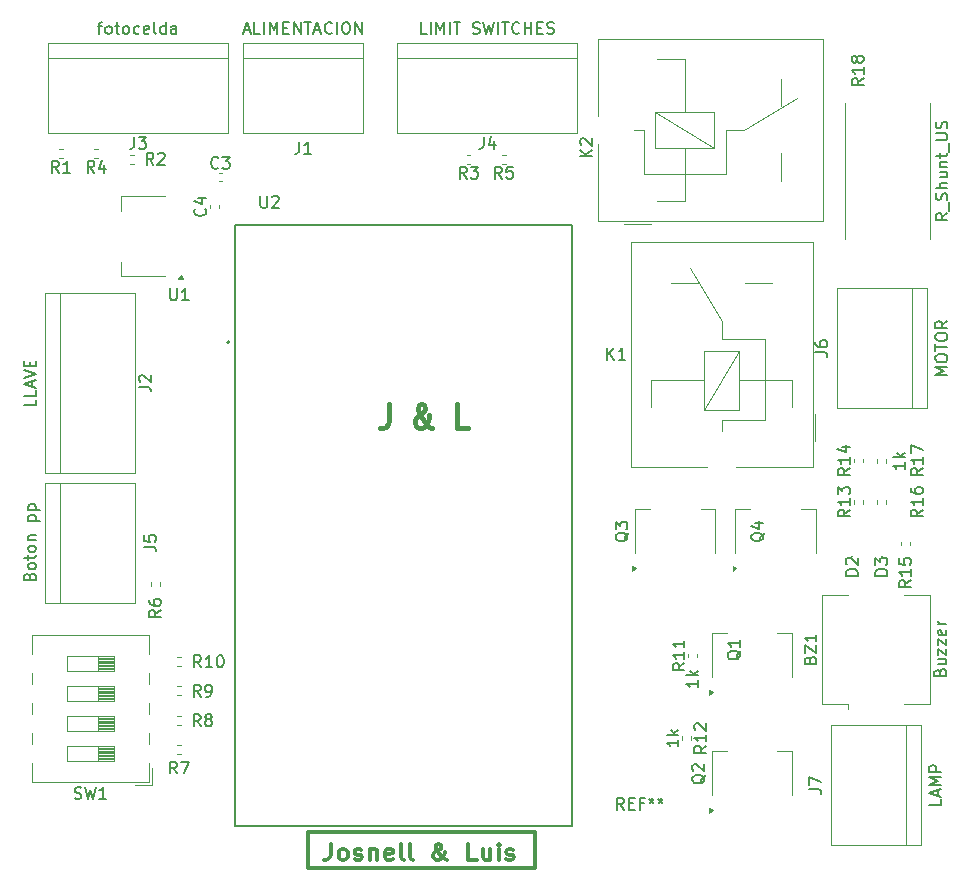
<source format=gbr>
%TF.GenerationSoftware,KiCad,Pcbnew,8.0.2*%
%TF.CreationDate,2025-03-15T23:19:11-04:00*%
%TF.ProjectId,proyecto final,70726f79-6563-4746-9f20-66696e616c2e,rev?*%
%TF.SameCoordinates,Original*%
%TF.FileFunction,Legend,Top*%
%TF.FilePolarity,Positive*%
%FSLAX46Y46*%
G04 Gerber Fmt 4.6, Leading zero omitted, Abs format (unit mm)*
G04 Created by KiCad (PCBNEW 8.0.2) date 2025-03-15 23:19:11*
%MOMM*%
%LPD*%
G01*
G04 APERTURE LIST*
%ADD10C,0.450000*%
%ADD11C,0.325000*%
%ADD12C,0.300000*%
%ADD13C,0.150000*%
%ADD14C,0.120000*%
%ADD15C,0.100000*%
%ADD16C,0.127000*%
%ADD17C,0.200000*%
G04 APERTURE END LIST*
D10*
X127238909Y-87231838D02*
X127238909Y-88660409D01*
X127238909Y-88660409D02*
X127153194Y-88946123D01*
X127153194Y-88946123D02*
X126981766Y-89136600D01*
X126981766Y-89136600D02*
X126724623Y-89231838D01*
X126724623Y-89231838D02*
X126553194Y-89231838D01*
X130924624Y-89231838D02*
X130838910Y-89231838D01*
X130838910Y-89231838D02*
X130667481Y-89136600D01*
X130667481Y-89136600D02*
X130410338Y-88850885D01*
X130410338Y-88850885D02*
X129981767Y-88279457D01*
X129981767Y-88279457D02*
X129810338Y-87993742D01*
X129810338Y-87993742D02*
X129724624Y-87708028D01*
X129724624Y-87708028D02*
X129724624Y-87517552D01*
X129724624Y-87517552D02*
X129810338Y-87327076D01*
X129810338Y-87327076D02*
X129981767Y-87231838D01*
X129981767Y-87231838D02*
X130067481Y-87231838D01*
X130067481Y-87231838D02*
X130238910Y-87327076D01*
X130238910Y-87327076D02*
X130324624Y-87517552D01*
X130324624Y-87517552D02*
X130324624Y-87612790D01*
X130324624Y-87612790D02*
X130238910Y-87803266D01*
X130238910Y-87803266D02*
X130153195Y-87898504D01*
X130153195Y-87898504D02*
X129638910Y-88279457D01*
X129638910Y-88279457D02*
X129553195Y-88374695D01*
X129553195Y-88374695D02*
X129467481Y-88565171D01*
X129467481Y-88565171D02*
X129467481Y-88850885D01*
X129467481Y-88850885D02*
X129553195Y-89041361D01*
X129553195Y-89041361D02*
X129638910Y-89136600D01*
X129638910Y-89136600D02*
X129810338Y-89231838D01*
X129810338Y-89231838D02*
X130067481Y-89231838D01*
X130067481Y-89231838D02*
X130238910Y-89136600D01*
X130238910Y-89136600D02*
X130324624Y-89041361D01*
X130324624Y-89041361D02*
X130581767Y-88660409D01*
X130581767Y-88660409D02*
X130667481Y-88374695D01*
X130667481Y-88374695D02*
X130667481Y-88184219D01*
X133924624Y-89231838D02*
X133067481Y-89231838D01*
X133067481Y-89231838D02*
X133067481Y-87231838D01*
D11*
X122359529Y-124495004D02*
X122359529Y-125423576D01*
X122359529Y-125423576D02*
X122288100Y-125609290D01*
X122288100Y-125609290D02*
X122145243Y-125733100D01*
X122145243Y-125733100D02*
X121930957Y-125795004D01*
X121930957Y-125795004D02*
X121788100Y-125795004D01*
X123288100Y-125795004D02*
X123145243Y-125733100D01*
X123145243Y-125733100D02*
X123073814Y-125671195D01*
X123073814Y-125671195D02*
X123002386Y-125547385D01*
X123002386Y-125547385D02*
X123002386Y-125175957D01*
X123002386Y-125175957D02*
X123073814Y-125052147D01*
X123073814Y-125052147D02*
X123145243Y-124990242D01*
X123145243Y-124990242D02*
X123288100Y-124928338D01*
X123288100Y-124928338D02*
X123502386Y-124928338D01*
X123502386Y-124928338D02*
X123645243Y-124990242D01*
X123645243Y-124990242D02*
X123716672Y-125052147D01*
X123716672Y-125052147D02*
X123788100Y-125175957D01*
X123788100Y-125175957D02*
X123788100Y-125547385D01*
X123788100Y-125547385D02*
X123716672Y-125671195D01*
X123716672Y-125671195D02*
X123645243Y-125733100D01*
X123645243Y-125733100D02*
X123502386Y-125795004D01*
X123502386Y-125795004D02*
X123288100Y-125795004D01*
X124359529Y-125733100D02*
X124502386Y-125795004D01*
X124502386Y-125795004D02*
X124788100Y-125795004D01*
X124788100Y-125795004D02*
X124930957Y-125733100D01*
X124930957Y-125733100D02*
X125002386Y-125609290D01*
X125002386Y-125609290D02*
X125002386Y-125547385D01*
X125002386Y-125547385D02*
X124930957Y-125423576D01*
X124930957Y-125423576D02*
X124788100Y-125361671D01*
X124788100Y-125361671D02*
X124573815Y-125361671D01*
X124573815Y-125361671D02*
X124430957Y-125299766D01*
X124430957Y-125299766D02*
X124359529Y-125175957D01*
X124359529Y-125175957D02*
X124359529Y-125114052D01*
X124359529Y-125114052D02*
X124430957Y-124990242D01*
X124430957Y-124990242D02*
X124573815Y-124928338D01*
X124573815Y-124928338D02*
X124788100Y-124928338D01*
X124788100Y-124928338D02*
X124930957Y-124990242D01*
X125645243Y-124928338D02*
X125645243Y-125795004D01*
X125645243Y-125052147D02*
X125716672Y-124990242D01*
X125716672Y-124990242D02*
X125859529Y-124928338D01*
X125859529Y-124928338D02*
X126073815Y-124928338D01*
X126073815Y-124928338D02*
X126216672Y-124990242D01*
X126216672Y-124990242D02*
X126288101Y-125114052D01*
X126288101Y-125114052D02*
X126288101Y-125795004D01*
X127573815Y-125733100D02*
X127430958Y-125795004D01*
X127430958Y-125795004D02*
X127145244Y-125795004D01*
X127145244Y-125795004D02*
X127002386Y-125733100D01*
X127002386Y-125733100D02*
X126930958Y-125609290D01*
X126930958Y-125609290D02*
X126930958Y-125114052D01*
X126930958Y-125114052D02*
X127002386Y-124990242D01*
X127002386Y-124990242D02*
X127145244Y-124928338D01*
X127145244Y-124928338D02*
X127430958Y-124928338D01*
X127430958Y-124928338D02*
X127573815Y-124990242D01*
X127573815Y-124990242D02*
X127645244Y-125114052D01*
X127645244Y-125114052D02*
X127645244Y-125237861D01*
X127645244Y-125237861D02*
X126930958Y-125361671D01*
X128502386Y-125795004D02*
X128359529Y-125733100D01*
X128359529Y-125733100D02*
X128288100Y-125609290D01*
X128288100Y-125609290D02*
X128288100Y-124495004D01*
X129288100Y-125795004D02*
X129145243Y-125733100D01*
X129145243Y-125733100D02*
X129073814Y-125609290D01*
X129073814Y-125609290D02*
X129073814Y-124495004D01*
X132216671Y-125795004D02*
X132145243Y-125795004D01*
X132145243Y-125795004D02*
X132002385Y-125733100D01*
X132002385Y-125733100D02*
X131788100Y-125547385D01*
X131788100Y-125547385D02*
X131430957Y-125175957D01*
X131430957Y-125175957D02*
X131288100Y-124990242D01*
X131288100Y-124990242D02*
X131216671Y-124804528D01*
X131216671Y-124804528D02*
X131216671Y-124680719D01*
X131216671Y-124680719D02*
X131288100Y-124556909D01*
X131288100Y-124556909D02*
X131430957Y-124495004D01*
X131430957Y-124495004D02*
X131502385Y-124495004D01*
X131502385Y-124495004D02*
X131645243Y-124556909D01*
X131645243Y-124556909D02*
X131716671Y-124680719D01*
X131716671Y-124680719D02*
X131716671Y-124742623D01*
X131716671Y-124742623D02*
X131645243Y-124866433D01*
X131645243Y-124866433D02*
X131573814Y-124928338D01*
X131573814Y-124928338D02*
X131145243Y-125175957D01*
X131145243Y-125175957D02*
X131073814Y-125237861D01*
X131073814Y-125237861D02*
X131002385Y-125361671D01*
X131002385Y-125361671D02*
X131002385Y-125547385D01*
X131002385Y-125547385D02*
X131073814Y-125671195D01*
X131073814Y-125671195D02*
X131145243Y-125733100D01*
X131145243Y-125733100D02*
X131288100Y-125795004D01*
X131288100Y-125795004D02*
X131502385Y-125795004D01*
X131502385Y-125795004D02*
X131645243Y-125733100D01*
X131645243Y-125733100D02*
X131716671Y-125671195D01*
X131716671Y-125671195D02*
X131930957Y-125423576D01*
X131930957Y-125423576D02*
X132002385Y-125237861D01*
X132002385Y-125237861D02*
X132002385Y-125114052D01*
X134716671Y-125795004D02*
X134002385Y-125795004D01*
X134002385Y-125795004D02*
X134002385Y-124495004D01*
X135859529Y-124928338D02*
X135859529Y-125795004D01*
X135216671Y-124928338D02*
X135216671Y-125609290D01*
X135216671Y-125609290D02*
X135288100Y-125733100D01*
X135288100Y-125733100D02*
X135430957Y-125795004D01*
X135430957Y-125795004D02*
X135645243Y-125795004D01*
X135645243Y-125795004D02*
X135788100Y-125733100D01*
X135788100Y-125733100D02*
X135859529Y-125671195D01*
X136573814Y-125795004D02*
X136573814Y-124928338D01*
X136573814Y-124495004D02*
X136502386Y-124556909D01*
X136502386Y-124556909D02*
X136573814Y-124618814D01*
X136573814Y-124618814D02*
X136645243Y-124556909D01*
X136645243Y-124556909D02*
X136573814Y-124495004D01*
X136573814Y-124495004D02*
X136573814Y-124618814D01*
X137216672Y-125733100D02*
X137359529Y-125795004D01*
X137359529Y-125795004D02*
X137645243Y-125795004D01*
X137645243Y-125795004D02*
X137788100Y-125733100D01*
X137788100Y-125733100D02*
X137859529Y-125609290D01*
X137859529Y-125609290D02*
X137859529Y-125547385D01*
X137859529Y-125547385D02*
X137788100Y-125423576D01*
X137788100Y-125423576D02*
X137645243Y-125361671D01*
X137645243Y-125361671D02*
X137430958Y-125361671D01*
X137430958Y-125361671D02*
X137288100Y-125299766D01*
X137288100Y-125299766D02*
X137216672Y-125175957D01*
X137216672Y-125175957D02*
X137216672Y-125114052D01*
X137216672Y-125114052D02*
X137288100Y-124990242D01*
X137288100Y-124990242D02*
X137430958Y-124928338D01*
X137430958Y-124928338D02*
X137645243Y-124928338D01*
X137645243Y-124928338D02*
X137788100Y-124990242D01*
D12*
X120385000Y-123475000D02*
X139615000Y-123475000D01*
X139615000Y-126500000D01*
X120385000Y-126500000D01*
X120385000Y-123475000D01*
D13*
X111699580Y-70666666D02*
X111747200Y-70714285D01*
X111747200Y-70714285D02*
X111794819Y-70857142D01*
X111794819Y-70857142D02*
X111794819Y-70952380D01*
X111794819Y-70952380D02*
X111747200Y-71095237D01*
X111747200Y-71095237D02*
X111651961Y-71190475D01*
X111651961Y-71190475D02*
X111556723Y-71238094D01*
X111556723Y-71238094D02*
X111366247Y-71285713D01*
X111366247Y-71285713D02*
X111223390Y-71285713D01*
X111223390Y-71285713D02*
X111032914Y-71238094D01*
X111032914Y-71238094D02*
X110937676Y-71190475D01*
X110937676Y-71190475D02*
X110842438Y-71095237D01*
X110842438Y-71095237D02*
X110794819Y-70952380D01*
X110794819Y-70952380D02*
X110794819Y-70857142D01*
X110794819Y-70857142D02*
X110842438Y-70714285D01*
X110842438Y-70714285D02*
X110890057Y-70666666D01*
X111128152Y-69809523D02*
X111794819Y-69809523D01*
X110747200Y-70047618D02*
X111461485Y-70285713D01*
X111461485Y-70285713D02*
X111461485Y-69666666D01*
X112833333Y-67199580D02*
X112785714Y-67247200D01*
X112785714Y-67247200D02*
X112642857Y-67294819D01*
X112642857Y-67294819D02*
X112547619Y-67294819D01*
X112547619Y-67294819D02*
X112404762Y-67247200D01*
X112404762Y-67247200D02*
X112309524Y-67151961D01*
X112309524Y-67151961D02*
X112261905Y-67056723D01*
X112261905Y-67056723D02*
X112214286Y-66866247D01*
X112214286Y-66866247D02*
X112214286Y-66723390D01*
X112214286Y-66723390D02*
X112261905Y-66532914D01*
X112261905Y-66532914D02*
X112309524Y-66437676D01*
X112309524Y-66437676D02*
X112404762Y-66342438D01*
X112404762Y-66342438D02*
X112547619Y-66294819D01*
X112547619Y-66294819D02*
X112642857Y-66294819D01*
X112642857Y-66294819D02*
X112785714Y-66342438D01*
X112785714Y-66342438D02*
X112833333Y-66390057D01*
X113166667Y-66294819D02*
X113785714Y-66294819D01*
X113785714Y-66294819D02*
X113452381Y-66675771D01*
X113452381Y-66675771D02*
X113595238Y-66675771D01*
X113595238Y-66675771D02*
X113690476Y-66723390D01*
X113690476Y-66723390D02*
X113738095Y-66771009D01*
X113738095Y-66771009D02*
X113785714Y-66866247D01*
X113785714Y-66866247D02*
X113785714Y-67104342D01*
X113785714Y-67104342D02*
X113738095Y-67199580D01*
X113738095Y-67199580D02*
X113690476Y-67247200D01*
X113690476Y-67247200D02*
X113595238Y-67294819D01*
X113595238Y-67294819D02*
X113309524Y-67294819D01*
X113309524Y-67294819D02*
X113214286Y-67247200D01*
X113214286Y-67247200D02*
X113166667Y-67199580D01*
X154050057Y-118595238D02*
X154002438Y-118690476D01*
X154002438Y-118690476D02*
X153907200Y-118785714D01*
X153907200Y-118785714D02*
X153764342Y-118928571D01*
X153764342Y-118928571D02*
X153716723Y-119023809D01*
X153716723Y-119023809D02*
X153716723Y-119119047D01*
X153954819Y-119071428D02*
X153907200Y-119166666D01*
X153907200Y-119166666D02*
X153811961Y-119261904D01*
X153811961Y-119261904D02*
X153621485Y-119309523D01*
X153621485Y-119309523D02*
X153288152Y-119309523D01*
X153288152Y-119309523D02*
X153097676Y-119261904D01*
X153097676Y-119261904D02*
X153002438Y-119166666D01*
X153002438Y-119166666D02*
X152954819Y-119071428D01*
X152954819Y-119071428D02*
X152954819Y-118880952D01*
X152954819Y-118880952D02*
X153002438Y-118785714D01*
X153002438Y-118785714D02*
X153097676Y-118690476D01*
X153097676Y-118690476D02*
X153288152Y-118642857D01*
X153288152Y-118642857D02*
X153621485Y-118642857D01*
X153621485Y-118642857D02*
X153811961Y-118690476D01*
X153811961Y-118690476D02*
X153907200Y-118785714D01*
X153907200Y-118785714D02*
X153954819Y-118880952D01*
X153954819Y-118880952D02*
X153954819Y-119071428D01*
X153050057Y-118261904D02*
X153002438Y-118214285D01*
X153002438Y-118214285D02*
X152954819Y-118119047D01*
X152954819Y-118119047D02*
X152954819Y-117880952D01*
X152954819Y-117880952D02*
X153002438Y-117785714D01*
X153002438Y-117785714D02*
X153050057Y-117738095D01*
X153050057Y-117738095D02*
X153145295Y-117690476D01*
X153145295Y-117690476D02*
X153240533Y-117690476D01*
X153240533Y-117690476D02*
X153383390Y-117738095D01*
X153383390Y-117738095D02*
X153954819Y-118309523D01*
X153954819Y-118309523D02*
X153954819Y-117690476D01*
X111323333Y-111994819D02*
X110990000Y-111518628D01*
X110751905Y-111994819D02*
X110751905Y-110994819D01*
X110751905Y-110994819D02*
X111132857Y-110994819D01*
X111132857Y-110994819D02*
X111228095Y-111042438D01*
X111228095Y-111042438D02*
X111275714Y-111090057D01*
X111275714Y-111090057D02*
X111323333Y-111185295D01*
X111323333Y-111185295D02*
X111323333Y-111328152D01*
X111323333Y-111328152D02*
X111275714Y-111423390D01*
X111275714Y-111423390D02*
X111228095Y-111471009D01*
X111228095Y-111471009D02*
X111132857Y-111518628D01*
X111132857Y-111518628D02*
X110751905Y-111518628D01*
X111799524Y-111994819D02*
X111990000Y-111994819D01*
X111990000Y-111994819D02*
X112085238Y-111947200D01*
X112085238Y-111947200D02*
X112132857Y-111899580D01*
X112132857Y-111899580D02*
X112228095Y-111756723D01*
X112228095Y-111756723D02*
X112275714Y-111566247D01*
X112275714Y-111566247D02*
X112275714Y-111185295D01*
X112275714Y-111185295D02*
X112228095Y-111090057D01*
X112228095Y-111090057D02*
X112180476Y-111042438D01*
X112180476Y-111042438D02*
X112085238Y-110994819D01*
X112085238Y-110994819D02*
X111894762Y-110994819D01*
X111894762Y-110994819D02*
X111799524Y-111042438D01*
X111799524Y-111042438D02*
X111751905Y-111090057D01*
X111751905Y-111090057D02*
X111704286Y-111185295D01*
X111704286Y-111185295D02*
X111704286Y-111423390D01*
X111704286Y-111423390D02*
X111751905Y-111518628D01*
X111751905Y-111518628D02*
X111799524Y-111566247D01*
X111799524Y-111566247D02*
X111894762Y-111613866D01*
X111894762Y-111613866D02*
X112085238Y-111613866D01*
X112085238Y-111613866D02*
X112180476Y-111566247D01*
X112180476Y-111566247D02*
X112228095Y-111518628D01*
X112228095Y-111518628D02*
X112275714Y-111423390D01*
X135276666Y-64604819D02*
X135276666Y-65319104D01*
X135276666Y-65319104D02*
X135229047Y-65461961D01*
X135229047Y-65461961D02*
X135133809Y-65557200D01*
X135133809Y-65557200D02*
X134990952Y-65604819D01*
X134990952Y-65604819D02*
X134895714Y-65604819D01*
X136181428Y-64938152D02*
X136181428Y-65604819D01*
X135943333Y-64557200D02*
X135705238Y-65271485D01*
X135705238Y-65271485D02*
X136324285Y-65271485D01*
X130460952Y-55874819D02*
X129984762Y-55874819D01*
X129984762Y-55874819D02*
X129984762Y-54874819D01*
X130794286Y-55874819D02*
X130794286Y-54874819D01*
X131270476Y-55874819D02*
X131270476Y-54874819D01*
X131270476Y-54874819D02*
X131603809Y-55589104D01*
X131603809Y-55589104D02*
X131937142Y-54874819D01*
X131937142Y-54874819D02*
X131937142Y-55874819D01*
X132413333Y-55874819D02*
X132413333Y-54874819D01*
X132746666Y-54874819D02*
X133318094Y-54874819D01*
X133032380Y-55874819D02*
X133032380Y-54874819D01*
X134365714Y-55827200D02*
X134508571Y-55874819D01*
X134508571Y-55874819D02*
X134746666Y-55874819D01*
X134746666Y-55874819D02*
X134841904Y-55827200D01*
X134841904Y-55827200D02*
X134889523Y-55779580D01*
X134889523Y-55779580D02*
X134937142Y-55684342D01*
X134937142Y-55684342D02*
X134937142Y-55589104D01*
X134937142Y-55589104D02*
X134889523Y-55493866D01*
X134889523Y-55493866D02*
X134841904Y-55446247D01*
X134841904Y-55446247D02*
X134746666Y-55398628D01*
X134746666Y-55398628D02*
X134556190Y-55351009D01*
X134556190Y-55351009D02*
X134460952Y-55303390D01*
X134460952Y-55303390D02*
X134413333Y-55255771D01*
X134413333Y-55255771D02*
X134365714Y-55160533D01*
X134365714Y-55160533D02*
X134365714Y-55065295D01*
X134365714Y-55065295D02*
X134413333Y-54970057D01*
X134413333Y-54970057D02*
X134460952Y-54922438D01*
X134460952Y-54922438D02*
X134556190Y-54874819D01*
X134556190Y-54874819D02*
X134794285Y-54874819D01*
X134794285Y-54874819D02*
X134937142Y-54922438D01*
X135270476Y-54874819D02*
X135508571Y-55874819D01*
X135508571Y-55874819D02*
X135699047Y-55160533D01*
X135699047Y-55160533D02*
X135889523Y-55874819D01*
X135889523Y-55874819D02*
X136127619Y-54874819D01*
X136508571Y-55874819D02*
X136508571Y-54874819D01*
X136841904Y-54874819D02*
X137413332Y-54874819D01*
X137127618Y-55874819D02*
X137127618Y-54874819D01*
X138318094Y-55779580D02*
X138270475Y-55827200D01*
X138270475Y-55827200D02*
X138127618Y-55874819D01*
X138127618Y-55874819D02*
X138032380Y-55874819D01*
X138032380Y-55874819D02*
X137889523Y-55827200D01*
X137889523Y-55827200D02*
X137794285Y-55731961D01*
X137794285Y-55731961D02*
X137746666Y-55636723D01*
X137746666Y-55636723D02*
X137699047Y-55446247D01*
X137699047Y-55446247D02*
X137699047Y-55303390D01*
X137699047Y-55303390D02*
X137746666Y-55112914D01*
X137746666Y-55112914D02*
X137794285Y-55017676D01*
X137794285Y-55017676D02*
X137889523Y-54922438D01*
X137889523Y-54922438D02*
X138032380Y-54874819D01*
X138032380Y-54874819D02*
X138127618Y-54874819D01*
X138127618Y-54874819D02*
X138270475Y-54922438D01*
X138270475Y-54922438D02*
X138318094Y-54970057D01*
X138746666Y-55874819D02*
X138746666Y-54874819D01*
X138746666Y-55351009D02*
X139318094Y-55351009D01*
X139318094Y-55874819D02*
X139318094Y-54874819D01*
X139794285Y-55351009D02*
X140127618Y-55351009D01*
X140270475Y-55874819D02*
X139794285Y-55874819D01*
X139794285Y-55874819D02*
X139794285Y-54874819D01*
X139794285Y-54874819D02*
X140270475Y-54874819D01*
X140651428Y-55827200D02*
X140794285Y-55874819D01*
X140794285Y-55874819D02*
X141032380Y-55874819D01*
X141032380Y-55874819D02*
X141127618Y-55827200D01*
X141127618Y-55827200D02*
X141175237Y-55779580D01*
X141175237Y-55779580D02*
X141222856Y-55684342D01*
X141222856Y-55684342D02*
X141222856Y-55589104D01*
X141222856Y-55589104D02*
X141175237Y-55493866D01*
X141175237Y-55493866D02*
X141127618Y-55446247D01*
X141127618Y-55446247D02*
X141032380Y-55398628D01*
X141032380Y-55398628D02*
X140841904Y-55351009D01*
X140841904Y-55351009D02*
X140746666Y-55303390D01*
X140746666Y-55303390D02*
X140699047Y-55255771D01*
X140699047Y-55255771D02*
X140651428Y-55160533D01*
X140651428Y-55160533D02*
X140651428Y-55065295D01*
X140651428Y-55065295D02*
X140699047Y-54970057D01*
X140699047Y-54970057D02*
X140746666Y-54922438D01*
X140746666Y-54922438D02*
X140841904Y-54874819D01*
X140841904Y-54874819D02*
X141079999Y-54874819D01*
X141079999Y-54874819D02*
X141222856Y-54922438D01*
X106534819Y-99293333D02*
X107249104Y-99293333D01*
X107249104Y-99293333D02*
X107391961Y-99340952D01*
X107391961Y-99340952D02*
X107487200Y-99436190D01*
X107487200Y-99436190D02*
X107534819Y-99579047D01*
X107534819Y-99579047D02*
X107534819Y-99674285D01*
X106534819Y-98340952D02*
X106534819Y-98817142D01*
X106534819Y-98817142D02*
X107011009Y-98864761D01*
X107011009Y-98864761D02*
X106963390Y-98817142D01*
X106963390Y-98817142D02*
X106915771Y-98721904D01*
X106915771Y-98721904D02*
X106915771Y-98483809D01*
X106915771Y-98483809D02*
X106963390Y-98388571D01*
X106963390Y-98388571D02*
X107011009Y-98340952D01*
X107011009Y-98340952D02*
X107106247Y-98293333D01*
X107106247Y-98293333D02*
X107344342Y-98293333D01*
X107344342Y-98293333D02*
X107439580Y-98340952D01*
X107439580Y-98340952D02*
X107487200Y-98388571D01*
X107487200Y-98388571D02*
X107534819Y-98483809D01*
X107534819Y-98483809D02*
X107534819Y-98721904D01*
X107534819Y-98721904D02*
X107487200Y-98817142D01*
X107487200Y-98817142D02*
X107439580Y-98864761D01*
X96851009Y-101817143D02*
X96898628Y-101674286D01*
X96898628Y-101674286D02*
X96946247Y-101626667D01*
X96946247Y-101626667D02*
X97041485Y-101579048D01*
X97041485Y-101579048D02*
X97184342Y-101579048D01*
X97184342Y-101579048D02*
X97279580Y-101626667D01*
X97279580Y-101626667D02*
X97327200Y-101674286D01*
X97327200Y-101674286D02*
X97374819Y-101769524D01*
X97374819Y-101769524D02*
X97374819Y-102150476D01*
X97374819Y-102150476D02*
X96374819Y-102150476D01*
X96374819Y-102150476D02*
X96374819Y-101817143D01*
X96374819Y-101817143D02*
X96422438Y-101721905D01*
X96422438Y-101721905D02*
X96470057Y-101674286D01*
X96470057Y-101674286D02*
X96565295Y-101626667D01*
X96565295Y-101626667D02*
X96660533Y-101626667D01*
X96660533Y-101626667D02*
X96755771Y-101674286D01*
X96755771Y-101674286D02*
X96803390Y-101721905D01*
X96803390Y-101721905D02*
X96851009Y-101817143D01*
X96851009Y-101817143D02*
X96851009Y-102150476D01*
X97374819Y-101007619D02*
X97327200Y-101102857D01*
X97327200Y-101102857D02*
X97279580Y-101150476D01*
X97279580Y-101150476D02*
X97184342Y-101198095D01*
X97184342Y-101198095D02*
X96898628Y-101198095D01*
X96898628Y-101198095D02*
X96803390Y-101150476D01*
X96803390Y-101150476D02*
X96755771Y-101102857D01*
X96755771Y-101102857D02*
X96708152Y-101007619D01*
X96708152Y-101007619D02*
X96708152Y-100864762D01*
X96708152Y-100864762D02*
X96755771Y-100769524D01*
X96755771Y-100769524D02*
X96803390Y-100721905D01*
X96803390Y-100721905D02*
X96898628Y-100674286D01*
X96898628Y-100674286D02*
X97184342Y-100674286D01*
X97184342Y-100674286D02*
X97279580Y-100721905D01*
X97279580Y-100721905D02*
X97327200Y-100769524D01*
X97327200Y-100769524D02*
X97374819Y-100864762D01*
X97374819Y-100864762D02*
X97374819Y-101007619D01*
X96708152Y-100388571D02*
X96708152Y-100007619D01*
X96374819Y-100245714D02*
X97231961Y-100245714D01*
X97231961Y-100245714D02*
X97327200Y-100198095D01*
X97327200Y-100198095D02*
X97374819Y-100102857D01*
X97374819Y-100102857D02*
X97374819Y-100007619D01*
X97374819Y-99531428D02*
X97327200Y-99626666D01*
X97327200Y-99626666D02*
X97279580Y-99674285D01*
X97279580Y-99674285D02*
X97184342Y-99721904D01*
X97184342Y-99721904D02*
X96898628Y-99721904D01*
X96898628Y-99721904D02*
X96803390Y-99674285D01*
X96803390Y-99674285D02*
X96755771Y-99626666D01*
X96755771Y-99626666D02*
X96708152Y-99531428D01*
X96708152Y-99531428D02*
X96708152Y-99388571D01*
X96708152Y-99388571D02*
X96755771Y-99293333D01*
X96755771Y-99293333D02*
X96803390Y-99245714D01*
X96803390Y-99245714D02*
X96898628Y-99198095D01*
X96898628Y-99198095D02*
X97184342Y-99198095D01*
X97184342Y-99198095D02*
X97279580Y-99245714D01*
X97279580Y-99245714D02*
X97327200Y-99293333D01*
X97327200Y-99293333D02*
X97374819Y-99388571D01*
X97374819Y-99388571D02*
X97374819Y-99531428D01*
X96708152Y-98769523D02*
X97374819Y-98769523D01*
X96803390Y-98769523D02*
X96755771Y-98721904D01*
X96755771Y-98721904D02*
X96708152Y-98626666D01*
X96708152Y-98626666D02*
X96708152Y-98483809D01*
X96708152Y-98483809D02*
X96755771Y-98388571D01*
X96755771Y-98388571D02*
X96851009Y-98340952D01*
X96851009Y-98340952D02*
X97374819Y-98340952D01*
X96708152Y-97102856D02*
X97708152Y-97102856D01*
X96755771Y-97102856D02*
X96708152Y-97007618D01*
X96708152Y-97007618D02*
X96708152Y-96817142D01*
X96708152Y-96817142D02*
X96755771Y-96721904D01*
X96755771Y-96721904D02*
X96803390Y-96674285D01*
X96803390Y-96674285D02*
X96898628Y-96626666D01*
X96898628Y-96626666D02*
X97184342Y-96626666D01*
X97184342Y-96626666D02*
X97279580Y-96674285D01*
X97279580Y-96674285D02*
X97327200Y-96721904D01*
X97327200Y-96721904D02*
X97374819Y-96817142D01*
X97374819Y-96817142D02*
X97374819Y-97007618D01*
X97374819Y-97007618D02*
X97327200Y-97102856D01*
X96708152Y-96198094D02*
X97708152Y-96198094D01*
X96755771Y-96198094D02*
X96708152Y-96102856D01*
X96708152Y-96102856D02*
X96708152Y-95912380D01*
X96708152Y-95912380D02*
X96755771Y-95817142D01*
X96755771Y-95817142D02*
X96803390Y-95769523D01*
X96803390Y-95769523D02*
X96898628Y-95721904D01*
X96898628Y-95721904D02*
X97184342Y-95721904D01*
X97184342Y-95721904D02*
X97279580Y-95769523D01*
X97279580Y-95769523D02*
X97327200Y-95817142D01*
X97327200Y-95817142D02*
X97374819Y-95912380D01*
X97374819Y-95912380D02*
X97374819Y-96102856D01*
X97374819Y-96102856D02*
X97327200Y-96198094D01*
X171454819Y-102142857D02*
X170978628Y-102476190D01*
X171454819Y-102714285D02*
X170454819Y-102714285D01*
X170454819Y-102714285D02*
X170454819Y-102333333D01*
X170454819Y-102333333D02*
X170502438Y-102238095D01*
X170502438Y-102238095D02*
X170550057Y-102190476D01*
X170550057Y-102190476D02*
X170645295Y-102142857D01*
X170645295Y-102142857D02*
X170788152Y-102142857D01*
X170788152Y-102142857D02*
X170883390Y-102190476D01*
X170883390Y-102190476D02*
X170931009Y-102238095D01*
X170931009Y-102238095D02*
X170978628Y-102333333D01*
X170978628Y-102333333D02*
X170978628Y-102714285D01*
X171454819Y-101190476D02*
X171454819Y-101761904D01*
X171454819Y-101476190D02*
X170454819Y-101476190D01*
X170454819Y-101476190D02*
X170597676Y-101571428D01*
X170597676Y-101571428D02*
X170692914Y-101666666D01*
X170692914Y-101666666D02*
X170740533Y-101761904D01*
X170454819Y-100285714D02*
X170454819Y-100761904D01*
X170454819Y-100761904D02*
X170931009Y-100809523D01*
X170931009Y-100809523D02*
X170883390Y-100761904D01*
X170883390Y-100761904D02*
X170835771Y-100666666D01*
X170835771Y-100666666D02*
X170835771Y-100428571D01*
X170835771Y-100428571D02*
X170883390Y-100333333D01*
X170883390Y-100333333D02*
X170931009Y-100285714D01*
X170931009Y-100285714D02*
X171026247Y-100238095D01*
X171026247Y-100238095D02*
X171264342Y-100238095D01*
X171264342Y-100238095D02*
X171359580Y-100285714D01*
X171359580Y-100285714D02*
X171407200Y-100333333D01*
X171407200Y-100333333D02*
X171454819Y-100428571D01*
X171454819Y-100428571D02*
X171454819Y-100666666D01*
X171454819Y-100666666D02*
X171407200Y-100761904D01*
X171407200Y-100761904D02*
X171359580Y-100809523D01*
X105696666Y-64604819D02*
X105696666Y-65319104D01*
X105696666Y-65319104D02*
X105649047Y-65461961D01*
X105649047Y-65461961D02*
X105553809Y-65557200D01*
X105553809Y-65557200D02*
X105410952Y-65604819D01*
X105410952Y-65604819D02*
X105315714Y-65604819D01*
X106077619Y-64604819D02*
X106696666Y-64604819D01*
X106696666Y-64604819D02*
X106363333Y-64985771D01*
X106363333Y-64985771D02*
X106506190Y-64985771D01*
X106506190Y-64985771D02*
X106601428Y-65033390D01*
X106601428Y-65033390D02*
X106649047Y-65081009D01*
X106649047Y-65081009D02*
X106696666Y-65176247D01*
X106696666Y-65176247D02*
X106696666Y-65414342D01*
X106696666Y-65414342D02*
X106649047Y-65509580D01*
X106649047Y-65509580D02*
X106601428Y-65557200D01*
X106601428Y-65557200D02*
X106506190Y-65604819D01*
X106506190Y-65604819D02*
X106220476Y-65604819D01*
X106220476Y-65604819D02*
X106125238Y-65557200D01*
X106125238Y-65557200D02*
X106077619Y-65509580D01*
X102595237Y-55208152D02*
X102976189Y-55208152D01*
X102738094Y-55874819D02*
X102738094Y-55017676D01*
X102738094Y-55017676D02*
X102785713Y-54922438D01*
X102785713Y-54922438D02*
X102880951Y-54874819D01*
X102880951Y-54874819D02*
X102976189Y-54874819D01*
X103452380Y-55874819D02*
X103357142Y-55827200D01*
X103357142Y-55827200D02*
X103309523Y-55779580D01*
X103309523Y-55779580D02*
X103261904Y-55684342D01*
X103261904Y-55684342D02*
X103261904Y-55398628D01*
X103261904Y-55398628D02*
X103309523Y-55303390D01*
X103309523Y-55303390D02*
X103357142Y-55255771D01*
X103357142Y-55255771D02*
X103452380Y-55208152D01*
X103452380Y-55208152D02*
X103595237Y-55208152D01*
X103595237Y-55208152D02*
X103690475Y-55255771D01*
X103690475Y-55255771D02*
X103738094Y-55303390D01*
X103738094Y-55303390D02*
X103785713Y-55398628D01*
X103785713Y-55398628D02*
X103785713Y-55684342D01*
X103785713Y-55684342D02*
X103738094Y-55779580D01*
X103738094Y-55779580D02*
X103690475Y-55827200D01*
X103690475Y-55827200D02*
X103595237Y-55874819D01*
X103595237Y-55874819D02*
X103452380Y-55874819D01*
X104071428Y-55208152D02*
X104452380Y-55208152D01*
X104214285Y-54874819D02*
X104214285Y-55731961D01*
X104214285Y-55731961D02*
X104261904Y-55827200D01*
X104261904Y-55827200D02*
X104357142Y-55874819D01*
X104357142Y-55874819D02*
X104452380Y-55874819D01*
X104928571Y-55874819D02*
X104833333Y-55827200D01*
X104833333Y-55827200D02*
X104785714Y-55779580D01*
X104785714Y-55779580D02*
X104738095Y-55684342D01*
X104738095Y-55684342D02*
X104738095Y-55398628D01*
X104738095Y-55398628D02*
X104785714Y-55303390D01*
X104785714Y-55303390D02*
X104833333Y-55255771D01*
X104833333Y-55255771D02*
X104928571Y-55208152D01*
X104928571Y-55208152D02*
X105071428Y-55208152D01*
X105071428Y-55208152D02*
X105166666Y-55255771D01*
X105166666Y-55255771D02*
X105214285Y-55303390D01*
X105214285Y-55303390D02*
X105261904Y-55398628D01*
X105261904Y-55398628D02*
X105261904Y-55684342D01*
X105261904Y-55684342D02*
X105214285Y-55779580D01*
X105214285Y-55779580D02*
X105166666Y-55827200D01*
X105166666Y-55827200D02*
X105071428Y-55874819D01*
X105071428Y-55874819D02*
X104928571Y-55874819D01*
X106119047Y-55827200D02*
X106023809Y-55874819D01*
X106023809Y-55874819D02*
X105833333Y-55874819D01*
X105833333Y-55874819D02*
X105738095Y-55827200D01*
X105738095Y-55827200D02*
X105690476Y-55779580D01*
X105690476Y-55779580D02*
X105642857Y-55684342D01*
X105642857Y-55684342D02*
X105642857Y-55398628D01*
X105642857Y-55398628D02*
X105690476Y-55303390D01*
X105690476Y-55303390D02*
X105738095Y-55255771D01*
X105738095Y-55255771D02*
X105833333Y-55208152D01*
X105833333Y-55208152D02*
X106023809Y-55208152D01*
X106023809Y-55208152D02*
X106119047Y-55255771D01*
X106928571Y-55827200D02*
X106833333Y-55874819D01*
X106833333Y-55874819D02*
X106642857Y-55874819D01*
X106642857Y-55874819D02*
X106547619Y-55827200D01*
X106547619Y-55827200D02*
X106500000Y-55731961D01*
X106500000Y-55731961D02*
X106500000Y-55351009D01*
X106500000Y-55351009D02*
X106547619Y-55255771D01*
X106547619Y-55255771D02*
X106642857Y-55208152D01*
X106642857Y-55208152D02*
X106833333Y-55208152D01*
X106833333Y-55208152D02*
X106928571Y-55255771D01*
X106928571Y-55255771D02*
X106976190Y-55351009D01*
X106976190Y-55351009D02*
X106976190Y-55446247D01*
X106976190Y-55446247D02*
X106500000Y-55541485D01*
X107547619Y-55874819D02*
X107452381Y-55827200D01*
X107452381Y-55827200D02*
X107404762Y-55731961D01*
X107404762Y-55731961D02*
X107404762Y-54874819D01*
X108357143Y-55874819D02*
X108357143Y-54874819D01*
X108357143Y-55827200D02*
X108261905Y-55874819D01*
X108261905Y-55874819D02*
X108071429Y-55874819D01*
X108071429Y-55874819D02*
X107976191Y-55827200D01*
X107976191Y-55827200D02*
X107928572Y-55779580D01*
X107928572Y-55779580D02*
X107880953Y-55684342D01*
X107880953Y-55684342D02*
X107880953Y-55398628D01*
X107880953Y-55398628D02*
X107928572Y-55303390D01*
X107928572Y-55303390D02*
X107976191Y-55255771D01*
X107976191Y-55255771D02*
X108071429Y-55208152D01*
X108071429Y-55208152D02*
X108261905Y-55208152D01*
X108261905Y-55208152D02*
X108357143Y-55255771D01*
X109261905Y-55874819D02*
X109261905Y-55351009D01*
X109261905Y-55351009D02*
X109214286Y-55255771D01*
X109214286Y-55255771D02*
X109119048Y-55208152D01*
X109119048Y-55208152D02*
X108928572Y-55208152D01*
X108928572Y-55208152D02*
X108833334Y-55255771D01*
X109261905Y-55827200D02*
X109166667Y-55874819D01*
X109166667Y-55874819D02*
X108928572Y-55874819D01*
X108928572Y-55874819D02*
X108833334Y-55827200D01*
X108833334Y-55827200D02*
X108785715Y-55731961D01*
X108785715Y-55731961D02*
X108785715Y-55636723D01*
X108785715Y-55636723D02*
X108833334Y-55541485D01*
X108833334Y-55541485D02*
X108928572Y-55493866D01*
X108928572Y-55493866D02*
X109166667Y-55493866D01*
X109166667Y-55493866D02*
X109261905Y-55446247D01*
X111357142Y-109494819D02*
X111023809Y-109018628D01*
X110785714Y-109494819D02*
X110785714Y-108494819D01*
X110785714Y-108494819D02*
X111166666Y-108494819D01*
X111166666Y-108494819D02*
X111261904Y-108542438D01*
X111261904Y-108542438D02*
X111309523Y-108590057D01*
X111309523Y-108590057D02*
X111357142Y-108685295D01*
X111357142Y-108685295D02*
X111357142Y-108828152D01*
X111357142Y-108828152D02*
X111309523Y-108923390D01*
X111309523Y-108923390D02*
X111261904Y-108971009D01*
X111261904Y-108971009D02*
X111166666Y-109018628D01*
X111166666Y-109018628D02*
X110785714Y-109018628D01*
X112309523Y-109494819D02*
X111738095Y-109494819D01*
X112023809Y-109494819D02*
X112023809Y-108494819D01*
X112023809Y-108494819D02*
X111928571Y-108637676D01*
X111928571Y-108637676D02*
X111833333Y-108732914D01*
X111833333Y-108732914D02*
X111738095Y-108780533D01*
X112928571Y-108494819D02*
X113023809Y-108494819D01*
X113023809Y-108494819D02*
X113119047Y-108542438D01*
X113119047Y-108542438D02*
X113166666Y-108590057D01*
X113166666Y-108590057D02*
X113214285Y-108685295D01*
X113214285Y-108685295D02*
X113261904Y-108875771D01*
X113261904Y-108875771D02*
X113261904Y-109113866D01*
X113261904Y-109113866D02*
X113214285Y-109304342D01*
X113214285Y-109304342D02*
X113166666Y-109399580D01*
X113166666Y-109399580D02*
X113119047Y-109447200D01*
X113119047Y-109447200D02*
X113023809Y-109494819D01*
X113023809Y-109494819D02*
X112928571Y-109494819D01*
X112928571Y-109494819D02*
X112833333Y-109447200D01*
X112833333Y-109447200D02*
X112785714Y-109399580D01*
X112785714Y-109399580D02*
X112738095Y-109304342D01*
X112738095Y-109304342D02*
X112690476Y-109113866D01*
X112690476Y-109113866D02*
X112690476Y-108875771D01*
X112690476Y-108875771D02*
X112738095Y-108685295D01*
X112738095Y-108685295D02*
X112785714Y-108590057D01*
X112785714Y-108590057D02*
X112833333Y-108542438D01*
X112833333Y-108542438D02*
X112928571Y-108494819D01*
X119666666Y-65034819D02*
X119666666Y-65749104D01*
X119666666Y-65749104D02*
X119619047Y-65891961D01*
X119619047Y-65891961D02*
X119523809Y-65987200D01*
X119523809Y-65987200D02*
X119380952Y-66034819D01*
X119380952Y-66034819D02*
X119285714Y-66034819D01*
X120666666Y-66034819D02*
X120095238Y-66034819D01*
X120380952Y-66034819D02*
X120380952Y-65034819D01*
X120380952Y-65034819D02*
X120285714Y-65177676D01*
X120285714Y-65177676D02*
X120190476Y-65272914D01*
X120190476Y-65272914D02*
X120095238Y-65320533D01*
X114976191Y-55589104D02*
X115452381Y-55589104D01*
X114880953Y-55874819D02*
X115214286Y-54874819D01*
X115214286Y-54874819D02*
X115547619Y-55874819D01*
X116357143Y-55874819D02*
X115880953Y-55874819D01*
X115880953Y-55874819D02*
X115880953Y-54874819D01*
X116690477Y-55874819D02*
X116690477Y-54874819D01*
X117166667Y-55874819D02*
X117166667Y-54874819D01*
X117166667Y-54874819D02*
X117500000Y-55589104D01*
X117500000Y-55589104D02*
X117833333Y-54874819D01*
X117833333Y-54874819D02*
X117833333Y-55874819D01*
X118309524Y-55351009D02*
X118642857Y-55351009D01*
X118785714Y-55874819D02*
X118309524Y-55874819D01*
X118309524Y-55874819D02*
X118309524Y-54874819D01*
X118309524Y-54874819D02*
X118785714Y-54874819D01*
X119214286Y-55874819D02*
X119214286Y-54874819D01*
X119214286Y-54874819D02*
X119785714Y-55874819D01*
X119785714Y-55874819D02*
X119785714Y-54874819D01*
X120119048Y-54874819D02*
X120690476Y-54874819D01*
X120404762Y-55874819D02*
X120404762Y-54874819D01*
X120976191Y-55589104D02*
X121452381Y-55589104D01*
X120880953Y-55874819D02*
X121214286Y-54874819D01*
X121214286Y-54874819D02*
X121547619Y-55874819D01*
X122452381Y-55779580D02*
X122404762Y-55827200D01*
X122404762Y-55827200D02*
X122261905Y-55874819D01*
X122261905Y-55874819D02*
X122166667Y-55874819D01*
X122166667Y-55874819D02*
X122023810Y-55827200D01*
X122023810Y-55827200D02*
X121928572Y-55731961D01*
X121928572Y-55731961D02*
X121880953Y-55636723D01*
X121880953Y-55636723D02*
X121833334Y-55446247D01*
X121833334Y-55446247D02*
X121833334Y-55303390D01*
X121833334Y-55303390D02*
X121880953Y-55112914D01*
X121880953Y-55112914D02*
X121928572Y-55017676D01*
X121928572Y-55017676D02*
X122023810Y-54922438D01*
X122023810Y-54922438D02*
X122166667Y-54874819D01*
X122166667Y-54874819D02*
X122261905Y-54874819D01*
X122261905Y-54874819D02*
X122404762Y-54922438D01*
X122404762Y-54922438D02*
X122452381Y-54970057D01*
X122880953Y-55874819D02*
X122880953Y-54874819D01*
X123547619Y-54874819D02*
X123738095Y-54874819D01*
X123738095Y-54874819D02*
X123833333Y-54922438D01*
X123833333Y-54922438D02*
X123928571Y-55017676D01*
X123928571Y-55017676D02*
X123976190Y-55208152D01*
X123976190Y-55208152D02*
X123976190Y-55541485D01*
X123976190Y-55541485D02*
X123928571Y-55731961D01*
X123928571Y-55731961D02*
X123833333Y-55827200D01*
X123833333Y-55827200D02*
X123738095Y-55874819D01*
X123738095Y-55874819D02*
X123547619Y-55874819D01*
X123547619Y-55874819D02*
X123452381Y-55827200D01*
X123452381Y-55827200D02*
X123357143Y-55731961D01*
X123357143Y-55731961D02*
X123309524Y-55541485D01*
X123309524Y-55541485D02*
X123309524Y-55208152D01*
X123309524Y-55208152D02*
X123357143Y-55017676D01*
X123357143Y-55017676D02*
X123452381Y-54922438D01*
X123452381Y-54922438D02*
X123547619Y-54874819D01*
X124404762Y-55874819D02*
X124404762Y-54874819D01*
X124404762Y-54874819D02*
X124976190Y-55874819D01*
X124976190Y-55874819D02*
X124976190Y-54874819D01*
X133843333Y-68124819D02*
X133510000Y-67648628D01*
X133271905Y-68124819D02*
X133271905Y-67124819D01*
X133271905Y-67124819D02*
X133652857Y-67124819D01*
X133652857Y-67124819D02*
X133748095Y-67172438D01*
X133748095Y-67172438D02*
X133795714Y-67220057D01*
X133795714Y-67220057D02*
X133843333Y-67315295D01*
X133843333Y-67315295D02*
X133843333Y-67458152D01*
X133843333Y-67458152D02*
X133795714Y-67553390D01*
X133795714Y-67553390D02*
X133748095Y-67601009D01*
X133748095Y-67601009D02*
X133652857Y-67648628D01*
X133652857Y-67648628D02*
X133271905Y-67648628D01*
X134176667Y-67124819D02*
X134795714Y-67124819D01*
X134795714Y-67124819D02*
X134462381Y-67505771D01*
X134462381Y-67505771D02*
X134605238Y-67505771D01*
X134605238Y-67505771D02*
X134700476Y-67553390D01*
X134700476Y-67553390D02*
X134748095Y-67601009D01*
X134748095Y-67601009D02*
X134795714Y-67696247D01*
X134795714Y-67696247D02*
X134795714Y-67934342D01*
X134795714Y-67934342D02*
X134748095Y-68029580D01*
X134748095Y-68029580D02*
X134700476Y-68077200D01*
X134700476Y-68077200D02*
X134605238Y-68124819D01*
X134605238Y-68124819D02*
X134319524Y-68124819D01*
X134319524Y-68124819D02*
X134224286Y-68077200D01*
X134224286Y-68077200D02*
X134176667Y-68029580D01*
X109323333Y-118494819D02*
X108990000Y-118018628D01*
X108751905Y-118494819D02*
X108751905Y-117494819D01*
X108751905Y-117494819D02*
X109132857Y-117494819D01*
X109132857Y-117494819D02*
X109228095Y-117542438D01*
X109228095Y-117542438D02*
X109275714Y-117590057D01*
X109275714Y-117590057D02*
X109323333Y-117685295D01*
X109323333Y-117685295D02*
X109323333Y-117828152D01*
X109323333Y-117828152D02*
X109275714Y-117923390D01*
X109275714Y-117923390D02*
X109228095Y-117971009D01*
X109228095Y-117971009D02*
X109132857Y-118018628D01*
X109132857Y-118018628D02*
X108751905Y-118018628D01*
X109656667Y-117494819D02*
X110323333Y-117494819D01*
X110323333Y-117494819D02*
X109894762Y-118494819D01*
X108738095Y-77414819D02*
X108738095Y-78224342D01*
X108738095Y-78224342D02*
X108785714Y-78319580D01*
X108785714Y-78319580D02*
X108833333Y-78367200D01*
X108833333Y-78367200D02*
X108928571Y-78414819D01*
X108928571Y-78414819D02*
X109119047Y-78414819D01*
X109119047Y-78414819D02*
X109214285Y-78367200D01*
X109214285Y-78367200D02*
X109261904Y-78319580D01*
X109261904Y-78319580D02*
X109309523Y-78224342D01*
X109309523Y-78224342D02*
X109309523Y-77414819D01*
X110309523Y-78414819D02*
X109738095Y-78414819D01*
X110023809Y-78414819D02*
X110023809Y-77414819D01*
X110023809Y-77414819D02*
X109928571Y-77557676D01*
X109928571Y-77557676D02*
X109833333Y-77652914D01*
X109833333Y-77652914D02*
X109738095Y-77700533D01*
X166284819Y-92632857D02*
X165808628Y-92966190D01*
X166284819Y-93204285D02*
X165284819Y-93204285D01*
X165284819Y-93204285D02*
X165284819Y-92823333D01*
X165284819Y-92823333D02*
X165332438Y-92728095D01*
X165332438Y-92728095D02*
X165380057Y-92680476D01*
X165380057Y-92680476D02*
X165475295Y-92632857D01*
X165475295Y-92632857D02*
X165618152Y-92632857D01*
X165618152Y-92632857D02*
X165713390Y-92680476D01*
X165713390Y-92680476D02*
X165761009Y-92728095D01*
X165761009Y-92728095D02*
X165808628Y-92823333D01*
X165808628Y-92823333D02*
X165808628Y-93204285D01*
X166284819Y-91680476D02*
X166284819Y-92251904D01*
X166284819Y-91966190D02*
X165284819Y-91966190D01*
X165284819Y-91966190D02*
X165427676Y-92061428D01*
X165427676Y-92061428D02*
X165522914Y-92156666D01*
X165522914Y-92156666D02*
X165570533Y-92251904D01*
X165618152Y-90823333D02*
X166284819Y-90823333D01*
X165237200Y-91061428D02*
X165951485Y-91299523D01*
X165951485Y-91299523D02*
X165951485Y-90680476D01*
X172454819Y-96152857D02*
X171978628Y-96486190D01*
X172454819Y-96724285D02*
X171454819Y-96724285D01*
X171454819Y-96724285D02*
X171454819Y-96343333D01*
X171454819Y-96343333D02*
X171502438Y-96248095D01*
X171502438Y-96248095D02*
X171550057Y-96200476D01*
X171550057Y-96200476D02*
X171645295Y-96152857D01*
X171645295Y-96152857D02*
X171788152Y-96152857D01*
X171788152Y-96152857D02*
X171883390Y-96200476D01*
X171883390Y-96200476D02*
X171931009Y-96248095D01*
X171931009Y-96248095D02*
X171978628Y-96343333D01*
X171978628Y-96343333D02*
X171978628Y-96724285D01*
X172454819Y-95200476D02*
X172454819Y-95771904D01*
X172454819Y-95486190D02*
X171454819Y-95486190D01*
X171454819Y-95486190D02*
X171597676Y-95581428D01*
X171597676Y-95581428D02*
X171692914Y-95676666D01*
X171692914Y-95676666D02*
X171740533Y-95771904D01*
X171454819Y-94343333D02*
X171454819Y-94533809D01*
X171454819Y-94533809D02*
X171502438Y-94629047D01*
X171502438Y-94629047D02*
X171550057Y-94676666D01*
X171550057Y-94676666D02*
X171692914Y-94771904D01*
X171692914Y-94771904D02*
X171883390Y-94819523D01*
X171883390Y-94819523D02*
X172264342Y-94819523D01*
X172264342Y-94819523D02*
X172359580Y-94771904D01*
X172359580Y-94771904D02*
X172407200Y-94724285D01*
X172407200Y-94724285D02*
X172454819Y-94629047D01*
X172454819Y-94629047D02*
X172454819Y-94438571D01*
X172454819Y-94438571D02*
X172407200Y-94343333D01*
X172407200Y-94343333D02*
X172359580Y-94295714D01*
X172359580Y-94295714D02*
X172264342Y-94248095D01*
X172264342Y-94248095D02*
X172026247Y-94248095D01*
X172026247Y-94248095D02*
X171931009Y-94295714D01*
X171931009Y-94295714D02*
X171883390Y-94343333D01*
X171883390Y-94343333D02*
X171835771Y-94438571D01*
X171835771Y-94438571D02*
X171835771Y-94629047D01*
X171835771Y-94629047D02*
X171883390Y-94724285D01*
X171883390Y-94724285D02*
X171931009Y-94771904D01*
X171931009Y-94771904D02*
X172026247Y-94819523D01*
X106104819Y-85763333D02*
X106819104Y-85763333D01*
X106819104Y-85763333D02*
X106961961Y-85810952D01*
X106961961Y-85810952D02*
X107057200Y-85906190D01*
X107057200Y-85906190D02*
X107104819Y-86049047D01*
X107104819Y-86049047D02*
X107104819Y-86144285D01*
X106200057Y-85334761D02*
X106152438Y-85287142D01*
X106152438Y-85287142D02*
X106104819Y-85191904D01*
X106104819Y-85191904D02*
X106104819Y-84953809D01*
X106104819Y-84953809D02*
X106152438Y-84858571D01*
X106152438Y-84858571D02*
X106200057Y-84810952D01*
X106200057Y-84810952D02*
X106295295Y-84763333D01*
X106295295Y-84763333D02*
X106390533Y-84763333D01*
X106390533Y-84763333D02*
X106533390Y-84810952D01*
X106533390Y-84810952D02*
X107104819Y-85382380D01*
X107104819Y-85382380D02*
X107104819Y-84763333D01*
X97374819Y-86864762D02*
X97374819Y-87340952D01*
X97374819Y-87340952D02*
X96374819Y-87340952D01*
X97374819Y-86055238D02*
X97374819Y-86531428D01*
X97374819Y-86531428D02*
X96374819Y-86531428D01*
X97089104Y-85769523D02*
X97089104Y-85293333D01*
X97374819Y-85864761D02*
X96374819Y-85531428D01*
X96374819Y-85531428D02*
X97374819Y-85198095D01*
X96374819Y-85007618D02*
X97374819Y-84674285D01*
X97374819Y-84674285D02*
X96374819Y-84340952D01*
X96851009Y-84007618D02*
X96851009Y-83674285D01*
X97374819Y-83531428D02*
X97374819Y-84007618D01*
X97374819Y-84007618D02*
X96374819Y-84007618D01*
X96374819Y-84007618D02*
X96374819Y-83531428D01*
X162931009Y-108880952D02*
X162978628Y-108738095D01*
X162978628Y-108738095D02*
X163026247Y-108690476D01*
X163026247Y-108690476D02*
X163121485Y-108642857D01*
X163121485Y-108642857D02*
X163264342Y-108642857D01*
X163264342Y-108642857D02*
X163359580Y-108690476D01*
X163359580Y-108690476D02*
X163407200Y-108738095D01*
X163407200Y-108738095D02*
X163454819Y-108833333D01*
X163454819Y-108833333D02*
X163454819Y-109214285D01*
X163454819Y-109214285D02*
X162454819Y-109214285D01*
X162454819Y-109214285D02*
X162454819Y-108880952D01*
X162454819Y-108880952D02*
X162502438Y-108785714D01*
X162502438Y-108785714D02*
X162550057Y-108738095D01*
X162550057Y-108738095D02*
X162645295Y-108690476D01*
X162645295Y-108690476D02*
X162740533Y-108690476D01*
X162740533Y-108690476D02*
X162835771Y-108738095D01*
X162835771Y-108738095D02*
X162883390Y-108785714D01*
X162883390Y-108785714D02*
X162931009Y-108880952D01*
X162931009Y-108880952D02*
X162931009Y-109214285D01*
X162454819Y-108309523D02*
X162454819Y-107642857D01*
X162454819Y-107642857D02*
X163454819Y-108309523D01*
X163454819Y-108309523D02*
X163454819Y-107642857D01*
X163454819Y-106738095D02*
X163454819Y-107309523D01*
X163454819Y-107023809D02*
X162454819Y-107023809D01*
X162454819Y-107023809D02*
X162597676Y-107119047D01*
X162597676Y-107119047D02*
X162692914Y-107214285D01*
X162692914Y-107214285D02*
X162740533Y-107309523D01*
X173931009Y-109928571D02*
X173978628Y-109785714D01*
X173978628Y-109785714D02*
X174026247Y-109738095D01*
X174026247Y-109738095D02*
X174121485Y-109690476D01*
X174121485Y-109690476D02*
X174264342Y-109690476D01*
X174264342Y-109690476D02*
X174359580Y-109738095D01*
X174359580Y-109738095D02*
X174407200Y-109785714D01*
X174407200Y-109785714D02*
X174454819Y-109880952D01*
X174454819Y-109880952D02*
X174454819Y-110261904D01*
X174454819Y-110261904D02*
X173454819Y-110261904D01*
X173454819Y-110261904D02*
X173454819Y-109928571D01*
X173454819Y-109928571D02*
X173502438Y-109833333D01*
X173502438Y-109833333D02*
X173550057Y-109785714D01*
X173550057Y-109785714D02*
X173645295Y-109738095D01*
X173645295Y-109738095D02*
X173740533Y-109738095D01*
X173740533Y-109738095D02*
X173835771Y-109785714D01*
X173835771Y-109785714D02*
X173883390Y-109833333D01*
X173883390Y-109833333D02*
X173931009Y-109928571D01*
X173931009Y-109928571D02*
X173931009Y-110261904D01*
X173788152Y-108833333D02*
X174454819Y-108833333D01*
X173788152Y-109261904D02*
X174311961Y-109261904D01*
X174311961Y-109261904D02*
X174407200Y-109214285D01*
X174407200Y-109214285D02*
X174454819Y-109119047D01*
X174454819Y-109119047D02*
X174454819Y-108976190D01*
X174454819Y-108976190D02*
X174407200Y-108880952D01*
X174407200Y-108880952D02*
X174359580Y-108833333D01*
X173788152Y-108452380D02*
X173788152Y-107928571D01*
X173788152Y-107928571D02*
X174454819Y-108452380D01*
X174454819Y-108452380D02*
X174454819Y-107928571D01*
X173788152Y-107642856D02*
X173788152Y-107119047D01*
X173788152Y-107119047D02*
X174454819Y-107642856D01*
X174454819Y-107642856D02*
X174454819Y-107119047D01*
X174407200Y-106357142D02*
X174454819Y-106452380D01*
X174454819Y-106452380D02*
X174454819Y-106642856D01*
X174454819Y-106642856D02*
X174407200Y-106738094D01*
X174407200Y-106738094D02*
X174311961Y-106785713D01*
X174311961Y-106785713D02*
X173931009Y-106785713D01*
X173931009Y-106785713D02*
X173835771Y-106738094D01*
X173835771Y-106738094D02*
X173788152Y-106642856D01*
X173788152Y-106642856D02*
X173788152Y-106452380D01*
X173788152Y-106452380D02*
X173835771Y-106357142D01*
X173835771Y-106357142D02*
X173931009Y-106309523D01*
X173931009Y-106309523D02*
X174026247Y-106309523D01*
X174026247Y-106309523D02*
X174121485Y-106785713D01*
X174454819Y-105880951D02*
X173788152Y-105880951D01*
X173978628Y-105880951D02*
X173883390Y-105833332D01*
X173883390Y-105833332D02*
X173835771Y-105785713D01*
X173835771Y-105785713D02*
X173788152Y-105690475D01*
X173788152Y-105690475D02*
X173788152Y-105595237D01*
X162874819Y-119833333D02*
X163589104Y-119833333D01*
X163589104Y-119833333D02*
X163731961Y-119880952D01*
X163731961Y-119880952D02*
X163827200Y-119976190D01*
X163827200Y-119976190D02*
X163874819Y-120119047D01*
X163874819Y-120119047D02*
X163874819Y-120214285D01*
X162874819Y-119452380D02*
X162874819Y-118785714D01*
X162874819Y-118785714D02*
X163874819Y-119214285D01*
X174034819Y-120690476D02*
X174034819Y-121166666D01*
X174034819Y-121166666D02*
X173034819Y-121166666D01*
X173749104Y-120404761D02*
X173749104Y-119928571D01*
X174034819Y-120499999D02*
X173034819Y-120166666D01*
X173034819Y-120166666D02*
X174034819Y-119833333D01*
X174034819Y-119499999D02*
X173034819Y-119499999D01*
X173034819Y-119499999D02*
X173749104Y-119166666D01*
X173749104Y-119166666D02*
X173034819Y-118833333D01*
X173034819Y-118833333D02*
X174034819Y-118833333D01*
X174034819Y-118357142D02*
X173034819Y-118357142D01*
X173034819Y-118357142D02*
X173034819Y-117976190D01*
X173034819Y-117976190D02*
X173082438Y-117880952D01*
X173082438Y-117880952D02*
X173130057Y-117833333D01*
X173130057Y-117833333D02*
X173225295Y-117785714D01*
X173225295Y-117785714D02*
X173368152Y-117785714D01*
X173368152Y-117785714D02*
X173463390Y-117833333D01*
X173463390Y-117833333D02*
X173511009Y-117880952D01*
X173511009Y-117880952D02*
X173558628Y-117976190D01*
X173558628Y-117976190D02*
X173558628Y-118357142D01*
X154124819Y-116152857D02*
X153648628Y-116486190D01*
X154124819Y-116724285D02*
X153124819Y-116724285D01*
X153124819Y-116724285D02*
X153124819Y-116343333D01*
X153124819Y-116343333D02*
X153172438Y-116248095D01*
X153172438Y-116248095D02*
X153220057Y-116200476D01*
X153220057Y-116200476D02*
X153315295Y-116152857D01*
X153315295Y-116152857D02*
X153458152Y-116152857D01*
X153458152Y-116152857D02*
X153553390Y-116200476D01*
X153553390Y-116200476D02*
X153601009Y-116248095D01*
X153601009Y-116248095D02*
X153648628Y-116343333D01*
X153648628Y-116343333D02*
X153648628Y-116724285D01*
X154124819Y-115200476D02*
X154124819Y-115771904D01*
X154124819Y-115486190D02*
X153124819Y-115486190D01*
X153124819Y-115486190D02*
X153267676Y-115581428D01*
X153267676Y-115581428D02*
X153362914Y-115676666D01*
X153362914Y-115676666D02*
X153410533Y-115771904D01*
X153220057Y-114819523D02*
X153172438Y-114771904D01*
X153172438Y-114771904D02*
X153124819Y-114676666D01*
X153124819Y-114676666D02*
X153124819Y-114438571D01*
X153124819Y-114438571D02*
X153172438Y-114343333D01*
X153172438Y-114343333D02*
X153220057Y-114295714D01*
X153220057Y-114295714D02*
X153315295Y-114248095D01*
X153315295Y-114248095D02*
X153410533Y-114248095D01*
X153410533Y-114248095D02*
X153553390Y-114295714D01*
X153553390Y-114295714D02*
X154124819Y-114867142D01*
X154124819Y-114867142D02*
X154124819Y-114248095D01*
X151784819Y-115629047D02*
X151784819Y-116200475D01*
X151784819Y-115914761D02*
X150784819Y-115914761D01*
X150784819Y-115914761D02*
X150927676Y-116009999D01*
X150927676Y-116009999D02*
X151022914Y-116105237D01*
X151022914Y-116105237D02*
X151070533Y-116200475D01*
X151784819Y-115200475D02*
X150784819Y-115200475D01*
X151403866Y-115105237D02*
X151784819Y-114819523D01*
X151118152Y-114819523D02*
X151499104Y-115200475D01*
X169454819Y-101748094D02*
X168454819Y-101748094D01*
X168454819Y-101748094D02*
X168454819Y-101509999D01*
X168454819Y-101509999D02*
X168502438Y-101367142D01*
X168502438Y-101367142D02*
X168597676Y-101271904D01*
X168597676Y-101271904D02*
X168692914Y-101224285D01*
X168692914Y-101224285D02*
X168883390Y-101176666D01*
X168883390Y-101176666D02*
X169026247Y-101176666D01*
X169026247Y-101176666D02*
X169216723Y-101224285D01*
X169216723Y-101224285D02*
X169311961Y-101271904D01*
X169311961Y-101271904D02*
X169407200Y-101367142D01*
X169407200Y-101367142D02*
X169454819Y-101509999D01*
X169454819Y-101509999D02*
X169454819Y-101748094D01*
X168454819Y-100843332D02*
X168454819Y-100224285D01*
X168454819Y-100224285D02*
X168835771Y-100557618D01*
X168835771Y-100557618D02*
X168835771Y-100414761D01*
X168835771Y-100414761D02*
X168883390Y-100319523D01*
X168883390Y-100319523D02*
X168931009Y-100271904D01*
X168931009Y-100271904D02*
X169026247Y-100224285D01*
X169026247Y-100224285D02*
X169264342Y-100224285D01*
X169264342Y-100224285D02*
X169359580Y-100271904D01*
X169359580Y-100271904D02*
X169407200Y-100319523D01*
X169407200Y-100319523D02*
X169454819Y-100414761D01*
X169454819Y-100414761D02*
X169454819Y-100700475D01*
X169454819Y-100700475D02*
X169407200Y-100795713D01*
X169407200Y-100795713D02*
X169359580Y-100843332D01*
X172454819Y-92642857D02*
X171978628Y-92976190D01*
X172454819Y-93214285D02*
X171454819Y-93214285D01*
X171454819Y-93214285D02*
X171454819Y-92833333D01*
X171454819Y-92833333D02*
X171502438Y-92738095D01*
X171502438Y-92738095D02*
X171550057Y-92690476D01*
X171550057Y-92690476D02*
X171645295Y-92642857D01*
X171645295Y-92642857D02*
X171788152Y-92642857D01*
X171788152Y-92642857D02*
X171883390Y-92690476D01*
X171883390Y-92690476D02*
X171931009Y-92738095D01*
X171931009Y-92738095D02*
X171978628Y-92833333D01*
X171978628Y-92833333D02*
X171978628Y-93214285D01*
X172454819Y-91690476D02*
X172454819Y-92261904D01*
X172454819Y-91976190D02*
X171454819Y-91976190D01*
X171454819Y-91976190D02*
X171597676Y-92071428D01*
X171597676Y-92071428D02*
X171692914Y-92166666D01*
X171692914Y-92166666D02*
X171740533Y-92261904D01*
X171454819Y-91357142D02*
X171454819Y-90690476D01*
X171454819Y-90690476D02*
X172454819Y-91119047D01*
X170954819Y-92139047D02*
X170954819Y-92710475D01*
X170954819Y-92424761D02*
X169954819Y-92424761D01*
X169954819Y-92424761D02*
X170097676Y-92519999D01*
X170097676Y-92519999D02*
X170192914Y-92615237D01*
X170192914Y-92615237D02*
X170240533Y-92710475D01*
X170954819Y-91710475D02*
X169954819Y-91710475D01*
X170573866Y-91615237D02*
X170954819Y-91329523D01*
X170288152Y-91329523D02*
X170669104Y-91710475D01*
X99333333Y-67624819D02*
X99000000Y-67148628D01*
X98761905Y-67624819D02*
X98761905Y-66624819D01*
X98761905Y-66624819D02*
X99142857Y-66624819D01*
X99142857Y-66624819D02*
X99238095Y-66672438D01*
X99238095Y-66672438D02*
X99285714Y-66720057D01*
X99285714Y-66720057D02*
X99333333Y-66815295D01*
X99333333Y-66815295D02*
X99333333Y-66958152D01*
X99333333Y-66958152D02*
X99285714Y-67053390D01*
X99285714Y-67053390D02*
X99238095Y-67101009D01*
X99238095Y-67101009D02*
X99142857Y-67148628D01*
X99142857Y-67148628D02*
X98761905Y-67148628D01*
X100285714Y-67624819D02*
X99714286Y-67624819D01*
X100000000Y-67624819D02*
X100000000Y-66624819D01*
X100000000Y-66624819D02*
X99904762Y-66767676D01*
X99904762Y-66767676D02*
X99809524Y-66862914D01*
X99809524Y-66862914D02*
X99714286Y-66910533D01*
X163374819Y-82833333D02*
X164089104Y-82833333D01*
X164089104Y-82833333D02*
X164231961Y-82880952D01*
X164231961Y-82880952D02*
X164327200Y-82976190D01*
X164327200Y-82976190D02*
X164374819Y-83119047D01*
X164374819Y-83119047D02*
X164374819Y-83214285D01*
X163374819Y-81928571D02*
X163374819Y-82119047D01*
X163374819Y-82119047D02*
X163422438Y-82214285D01*
X163422438Y-82214285D02*
X163470057Y-82261904D01*
X163470057Y-82261904D02*
X163612914Y-82357142D01*
X163612914Y-82357142D02*
X163803390Y-82404761D01*
X163803390Y-82404761D02*
X164184342Y-82404761D01*
X164184342Y-82404761D02*
X164279580Y-82357142D01*
X164279580Y-82357142D02*
X164327200Y-82309523D01*
X164327200Y-82309523D02*
X164374819Y-82214285D01*
X164374819Y-82214285D02*
X164374819Y-82023809D01*
X164374819Y-82023809D02*
X164327200Y-81928571D01*
X164327200Y-81928571D02*
X164279580Y-81880952D01*
X164279580Y-81880952D02*
X164184342Y-81833333D01*
X164184342Y-81833333D02*
X163946247Y-81833333D01*
X163946247Y-81833333D02*
X163851009Y-81880952D01*
X163851009Y-81880952D02*
X163803390Y-81928571D01*
X163803390Y-81928571D02*
X163755771Y-82023809D01*
X163755771Y-82023809D02*
X163755771Y-82214285D01*
X163755771Y-82214285D02*
X163803390Y-82309523D01*
X163803390Y-82309523D02*
X163851009Y-82357142D01*
X163851009Y-82357142D02*
X163946247Y-82404761D01*
X174534819Y-84761904D02*
X173534819Y-84761904D01*
X173534819Y-84761904D02*
X174249104Y-84428571D01*
X174249104Y-84428571D02*
X173534819Y-84095238D01*
X173534819Y-84095238D02*
X174534819Y-84095238D01*
X173534819Y-83428571D02*
X173534819Y-83238095D01*
X173534819Y-83238095D02*
X173582438Y-83142857D01*
X173582438Y-83142857D02*
X173677676Y-83047619D01*
X173677676Y-83047619D02*
X173868152Y-83000000D01*
X173868152Y-83000000D02*
X174201485Y-83000000D01*
X174201485Y-83000000D02*
X174391961Y-83047619D01*
X174391961Y-83047619D02*
X174487200Y-83142857D01*
X174487200Y-83142857D02*
X174534819Y-83238095D01*
X174534819Y-83238095D02*
X174534819Y-83428571D01*
X174534819Y-83428571D02*
X174487200Y-83523809D01*
X174487200Y-83523809D02*
X174391961Y-83619047D01*
X174391961Y-83619047D02*
X174201485Y-83666666D01*
X174201485Y-83666666D02*
X173868152Y-83666666D01*
X173868152Y-83666666D02*
X173677676Y-83619047D01*
X173677676Y-83619047D02*
X173582438Y-83523809D01*
X173582438Y-83523809D02*
X173534819Y-83428571D01*
X173534819Y-82714285D02*
X173534819Y-82142857D01*
X174534819Y-82428571D02*
X173534819Y-82428571D01*
X173534819Y-81619047D02*
X173534819Y-81428571D01*
X173534819Y-81428571D02*
X173582438Y-81333333D01*
X173582438Y-81333333D02*
X173677676Y-81238095D01*
X173677676Y-81238095D02*
X173868152Y-81190476D01*
X173868152Y-81190476D02*
X174201485Y-81190476D01*
X174201485Y-81190476D02*
X174391961Y-81238095D01*
X174391961Y-81238095D02*
X174487200Y-81333333D01*
X174487200Y-81333333D02*
X174534819Y-81428571D01*
X174534819Y-81428571D02*
X174534819Y-81619047D01*
X174534819Y-81619047D02*
X174487200Y-81714285D01*
X174487200Y-81714285D02*
X174391961Y-81809523D01*
X174391961Y-81809523D02*
X174201485Y-81857142D01*
X174201485Y-81857142D02*
X173868152Y-81857142D01*
X173868152Y-81857142D02*
X173677676Y-81809523D01*
X173677676Y-81809523D02*
X173582438Y-81714285D01*
X173582438Y-81714285D02*
X173534819Y-81619047D01*
X174534819Y-80190476D02*
X174058628Y-80523809D01*
X174534819Y-80761904D02*
X173534819Y-80761904D01*
X173534819Y-80761904D02*
X173534819Y-80380952D01*
X173534819Y-80380952D02*
X173582438Y-80285714D01*
X173582438Y-80285714D02*
X173630057Y-80238095D01*
X173630057Y-80238095D02*
X173725295Y-80190476D01*
X173725295Y-80190476D02*
X173868152Y-80190476D01*
X173868152Y-80190476D02*
X173963390Y-80238095D01*
X173963390Y-80238095D02*
X174011009Y-80285714D01*
X174011009Y-80285714D02*
X174058628Y-80380952D01*
X174058628Y-80380952D02*
X174058628Y-80761904D01*
X147166666Y-121554819D02*
X146833333Y-121078628D01*
X146595238Y-121554819D02*
X146595238Y-120554819D01*
X146595238Y-120554819D02*
X146976190Y-120554819D01*
X146976190Y-120554819D02*
X147071428Y-120602438D01*
X147071428Y-120602438D02*
X147119047Y-120650057D01*
X147119047Y-120650057D02*
X147166666Y-120745295D01*
X147166666Y-120745295D02*
X147166666Y-120888152D01*
X147166666Y-120888152D02*
X147119047Y-120983390D01*
X147119047Y-120983390D02*
X147071428Y-121031009D01*
X147071428Y-121031009D02*
X146976190Y-121078628D01*
X146976190Y-121078628D02*
X146595238Y-121078628D01*
X147595238Y-121031009D02*
X147928571Y-121031009D01*
X148071428Y-121554819D02*
X147595238Y-121554819D01*
X147595238Y-121554819D02*
X147595238Y-120554819D01*
X147595238Y-120554819D02*
X148071428Y-120554819D01*
X148833333Y-121031009D02*
X148500000Y-121031009D01*
X148500000Y-121554819D02*
X148500000Y-120554819D01*
X148500000Y-120554819D02*
X148976190Y-120554819D01*
X149500000Y-120554819D02*
X149500000Y-120792914D01*
X149261905Y-120697676D02*
X149500000Y-120792914D01*
X149500000Y-120792914D02*
X149738095Y-120697676D01*
X149357143Y-120983390D02*
X149500000Y-120792914D01*
X149500000Y-120792914D02*
X149642857Y-120983390D01*
X150261905Y-120554819D02*
X150261905Y-120792914D01*
X150023810Y-120697676D02*
X150261905Y-120792914D01*
X150261905Y-120792914D02*
X150500000Y-120697676D01*
X150119048Y-120983390D02*
X150261905Y-120792914D01*
X150261905Y-120792914D02*
X150404762Y-120983390D01*
X107954819Y-104666666D02*
X107478628Y-104999999D01*
X107954819Y-105238094D02*
X106954819Y-105238094D01*
X106954819Y-105238094D02*
X106954819Y-104857142D01*
X106954819Y-104857142D02*
X107002438Y-104761904D01*
X107002438Y-104761904D02*
X107050057Y-104714285D01*
X107050057Y-104714285D02*
X107145295Y-104666666D01*
X107145295Y-104666666D02*
X107288152Y-104666666D01*
X107288152Y-104666666D02*
X107383390Y-104714285D01*
X107383390Y-104714285D02*
X107431009Y-104761904D01*
X107431009Y-104761904D02*
X107478628Y-104857142D01*
X107478628Y-104857142D02*
X107478628Y-105238094D01*
X106954819Y-103809523D02*
X106954819Y-103999999D01*
X106954819Y-103999999D02*
X107002438Y-104095237D01*
X107002438Y-104095237D02*
X107050057Y-104142856D01*
X107050057Y-104142856D02*
X107192914Y-104238094D01*
X107192914Y-104238094D02*
X107383390Y-104285713D01*
X107383390Y-104285713D02*
X107764342Y-104285713D01*
X107764342Y-104285713D02*
X107859580Y-104238094D01*
X107859580Y-104238094D02*
X107907200Y-104190475D01*
X107907200Y-104190475D02*
X107954819Y-104095237D01*
X107954819Y-104095237D02*
X107954819Y-103904761D01*
X107954819Y-103904761D02*
X107907200Y-103809523D01*
X107907200Y-103809523D02*
X107859580Y-103761904D01*
X107859580Y-103761904D02*
X107764342Y-103714285D01*
X107764342Y-103714285D02*
X107526247Y-103714285D01*
X107526247Y-103714285D02*
X107431009Y-103761904D01*
X107431009Y-103761904D02*
X107383390Y-103809523D01*
X107383390Y-103809523D02*
X107335771Y-103904761D01*
X107335771Y-103904761D02*
X107335771Y-104095237D01*
X107335771Y-104095237D02*
X107383390Y-104190475D01*
X107383390Y-104190475D02*
X107431009Y-104238094D01*
X107431009Y-104238094D02*
X107526247Y-104285713D01*
X136833333Y-68124819D02*
X136500000Y-67648628D01*
X136261905Y-68124819D02*
X136261905Y-67124819D01*
X136261905Y-67124819D02*
X136642857Y-67124819D01*
X136642857Y-67124819D02*
X136738095Y-67172438D01*
X136738095Y-67172438D02*
X136785714Y-67220057D01*
X136785714Y-67220057D02*
X136833333Y-67315295D01*
X136833333Y-67315295D02*
X136833333Y-67458152D01*
X136833333Y-67458152D02*
X136785714Y-67553390D01*
X136785714Y-67553390D02*
X136738095Y-67601009D01*
X136738095Y-67601009D02*
X136642857Y-67648628D01*
X136642857Y-67648628D02*
X136261905Y-67648628D01*
X137738095Y-67124819D02*
X137261905Y-67124819D01*
X137261905Y-67124819D02*
X137214286Y-67601009D01*
X137214286Y-67601009D02*
X137261905Y-67553390D01*
X137261905Y-67553390D02*
X137357143Y-67505771D01*
X137357143Y-67505771D02*
X137595238Y-67505771D01*
X137595238Y-67505771D02*
X137690476Y-67553390D01*
X137690476Y-67553390D02*
X137738095Y-67601009D01*
X137738095Y-67601009D02*
X137785714Y-67696247D01*
X137785714Y-67696247D02*
X137785714Y-67934342D01*
X137785714Y-67934342D02*
X137738095Y-68029580D01*
X137738095Y-68029580D02*
X137690476Y-68077200D01*
X137690476Y-68077200D02*
X137595238Y-68124819D01*
X137595238Y-68124819D02*
X137357143Y-68124819D01*
X137357143Y-68124819D02*
X137261905Y-68077200D01*
X137261905Y-68077200D02*
X137214286Y-68029580D01*
X166284819Y-96152857D02*
X165808628Y-96486190D01*
X166284819Y-96724285D02*
X165284819Y-96724285D01*
X165284819Y-96724285D02*
X165284819Y-96343333D01*
X165284819Y-96343333D02*
X165332438Y-96248095D01*
X165332438Y-96248095D02*
X165380057Y-96200476D01*
X165380057Y-96200476D02*
X165475295Y-96152857D01*
X165475295Y-96152857D02*
X165618152Y-96152857D01*
X165618152Y-96152857D02*
X165713390Y-96200476D01*
X165713390Y-96200476D02*
X165761009Y-96248095D01*
X165761009Y-96248095D02*
X165808628Y-96343333D01*
X165808628Y-96343333D02*
X165808628Y-96724285D01*
X166284819Y-95200476D02*
X166284819Y-95771904D01*
X166284819Y-95486190D02*
X165284819Y-95486190D01*
X165284819Y-95486190D02*
X165427676Y-95581428D01*
X165427676Y-95581428D02*
X165522914Y-95676666D01*
X165522914Y-95676666D02*
X165570533Y-95771904D01*
X165284819Y-94867142D02*
X165284819Y-94248095D01*
X165284819Y-94248095D02*
X165665771Y-94581428D01*
X165665771Y-94581428D02*
X165665771Y-94438571D01*
X165665771Y-94438571D02*
X165713390Y-94343333D01*
X165713390Y-94343333D02*
X165761009Y-94295714D01*
X165761009Y-94295714D02*
X165856247Y-94248095D01*
X165856247Y-94248095D02*
X166094342Y-94248095D01*
X166094342Y-94248095D02*
X166189580Y-94295714D01*
X166189580Y-94295714D02*
X166237200Y-94343333D01*
X166237200Y-94343333D02*
X166284819Y-94438571D01*
X166284819Y-94438571D02*
X166284819Y-94724285D01*
X166284819Y-94724285D02*
X166237200Y-94819523D01*
X166237200Y-94819523D02*
X166189580Y-94867142D01*
X107333333Y-66954819D02*
X107000000Y-66478628D01*
X106761905Y-66954819D02*
X106761905Y-65954819D01*
X106761905Y-65954819D02*
X107142857Y-65954819D01*
X107142857Y-65954819D02*
X107238095Y-66002438D01*
X107238095Y-66002438D02*
X107285714Y-66050057D01*
X107285714Y-66050057D02*
X107333333Y-66145295D01*
X107333333Y-66145295D02*
X107333333Y-66288152D01*
X107333333Y-66288152D02*
X107285714Y-66383390D01*
X107285714Y-66383390D02*
X107238095Y-66431009D01*
X107238095Y-66431009D02*
X107142857Y-66478628D01*
X107142857Y-66478628D02*
X106761905Y-66478628D01*
X107714286Y-66050057D02*
X107761905Y-66002438D01*
X107761905Y-66002438D02*
X107857143Y-65954819D01*
X107857143Y-65954819D02*
X108095238Y-65954819D01*
X108095238Y-65954819D02*
X108190476Y-66002438D01*
X108190476Y-66002438D02*
X108238095Y-66050057D01*
X108238095Y-66050057D02*
X108285714Y-66145295D01*
X108285714Y-66145295D02*
X108285714Y-66240533D01*
X108285714Y-66240533D02*
X108238095Y-66383390D01*
X108238095Y-66383390D02*
X107666667Y-66954819D01*
X107666667Y-66954819D02*
X108285714Y-66954819D01*
X102323333Y-67624819D02*
X101990000Y-67148628D01*
X101751905Y-67624819D02*
X101751905Y-66624819D01*
X101751905Y-66624819D02*
X102132857Y-66624819D01*
X102132857Y-66624819D02*
X102228095Y-66672438D01*
X102228095Y-66672438D02*
X102275714Y-66720057D01*
X102275714Y-66720057D02*
X102323333Y-66815295D01*
X102323333Y-66815295D02*
X102323333Y-66958152D01*
X102323333Y-66958152D02*
X102275714Y-67053390D01*
X102275714Y-67053390D02*
X102228095Y-67101009D01*
X102228095Y-67101009D02*
X102132857Y-67148628D01*
X102132857Y-67148628D02*
X101751905Y-67148628D01*
X103180476Y-66958152D02*
X103180476Y-67624819D01*
X102942381Y-66577200D02*
X102704286Y-67291485D01*
X102704286Y-67291485D02*
X103323333Y-67291485D01*
X167454819Y-59642857D02*
X166978628Y-59976190D01*
X167454819Y-60214285D02*
X166454819Y-60214285D01*
X166454819Y-60214285D02*
X166454819Y-59833333D01*
X166454819Y-59833333D02*
X166502438Y-59738095D01*
X166502438Y-59738095D02*
X166550057Y-59690476D01*
X166550057Y-59690476D02*
X166645295Y-59642857D01*
X166645295Y-59642857D02*
X166788152Y-59642857D01*
X166788152Y-59642857D02*
X166883390Y-59690476D01*
X166883390Y-59690476D02*
X166931009Y-59738095D01*
X166931009Y-59738095D02*
X166978628Y-59833333D01*
X166978628Y-59833333D02*
X166978628Y-60214285D01*
X167454819Y-58690476D02*
X167454819Y-59261904D01*
X167454819Y-58976190D02*
X166454819Y-58976190D01*
X166454819Y-58976190D02*
X166597676Y-59071428D01*
X166597676Y-59071428D02*
X166692914Y-59166666D01*
X166692914Y-59166666D02*
X166740533Y-59261904D01*
X166883390Y-58119047D02*
X166835771Y-58214285D01*
X166835771Y-58214285D02*
X166788152Y-58261904D01*
X166788152Y-58261904D02*
X166692914Y-58309523D01*
X166692914Y-58309523D02*
X166645295Y-58309523D01*
X166645295Y-58309523D02*
X166550057Y-58261904D01*
X166550057Y-58261904D02*
X166502438Y-58214285D01*
X166502438Y-58214285D02*
X166454819Y-58119047D01*
X166454819Y-58119047D02*
X166454819Y-57928571D01*
X166454819Y-57928571D02*
X166502438Y-57833333D01*
X166502438Y-57833333D02*
X166550057Y-57785714D01*
X166550057Y-57785714D02*
X166645295Y-57738095D01*
X166645295Y-57738095D02*
X166692914Y-57738095D01*
X166692914Y-57738095D02*
X166788152Y-57785714D01*
X166788152Y-57785714D02*
X166835771Y-57833333D01*
X166835771Y-57833333D02*
X166883390Y-57928571D01*
X166883390Y-57928571D02*
X166883390Y-58119047D01*
X166883390Y-58119047D02*
X166931009Y-58214285D01*
X166931009Y-58214285D02*
X166978628Y-58261904D01*
X166978628Y-58261904D02*
X167073866Y-58309523D01*
X167073866Y-58309523D02*
X167264342Y-58309523D01*
X167264342Y-58309523D02*
X167359580Y-58261904D01*
X167359580Y-58261904D02*
X167407200Y-58214285D01*
X167407200Y-58214285D02*
X167454819Y-58119047D01*
X167454819Y-58119047D02*
X167454819Y-57928571D01*
X167454819Y-57928571D02*
X167407200Y-57833333D01*
X167407200Y-57833333D02*
X167359580Y-57785714D01*
X167359580Y-57785714D02*
X167264342Y-57738095D01*
X167264342Y-57738095D02*
X167073866Y-57738095D01*
X167073866Y-57738095D02*
X166978628Y-57785714D01*
X166978628Y-57785714D02*
X166931009Y-57833333D01*
X166931009Y-57833333D02*
X166883390Y-57928571D01*
X174554819Y-71071429D02*
X174078628Y-71404762D01*
X174554819Y-71642857D02*
X173554819Y-71642857D01*
X173554819Y-71642857D02*
X173554819Y-71261905D01*
X173554819Y-71261905D02*
X173602438Y-71166667D01*
X173602438Y-71166667D02*
X173650057Y-71119048D01*
X173650057Y-71119048D02*
X173745295Y-71071429D01*
X173745295Y-71071429D02*
X173888152Y-71071429D01*
X173888152Y-71071429D02*
X173983390Y-71119048D01*
X173983390Y-71119048D02*
X174031009Y-71166667D01*
X174031009Y-71166667D02*
X174078628Y-71261905D01*
X174078628Y-71261905D02*
X174078628Y-71642857D01*
X174650057Y-70880953D02*
X174650057Y-70119048D01*
X174507200Y-69928571D02*
X174554819Y-69785714D01*
X174554819Y-69785714D02*
X174554819Y-69547619D01*
X174554819Y-69547619D02*
X174507200Y-69452381D01*
X174507200Y-69452381D02*
X174459580Y-69404762D01*
X174459580Y-69404762D02*
X174364342Y-69357143D01*
X174364342Y-69357143D02*
X174269104Y-69357143D01*
X174269104Y-69357143D02*
X174173866Y-69404762D01*
X174173866Y-69404762D02*
X174126247Y-69452381D01*
X174126247Y-69452381D02*
X174078628Y-69547619D01*
X174078628Y-69547619D02*
X174031009Y-69738095D01*
X174031009Y-69738095D02*
X173983390Y-69833333D01*
X173983390Y-69833333D02*
X173935771Y-69880952D01*
X173935771Y-69880952D02*
X173840533Y-69928571D01*
X173840533Y-69928571D02*
X173745295Y-69928571D01*
X173745295Y-69928571D02*
X173650057Y-69880952D01*
X173650057Y-69880952D02*
X173602438Y-69833333D01*
X173602438Y-69833333D02*
X173554819Y-69738095D01*
X173554819Y-69738095D02*
X173554819Y-69500000D01*
X173554819Y-69500000D02*
X173602438Y-69357143D01*
X174554819Y-68928571D02*
X173554819Y-68928571D01*
X174554819Y-68500000D02*
X174031009Y-68500000D01*
X174031009Y-68500000D02*
X173935771Y-68547619D01*
X173935771Y-68547619D02*
X173888152Y-68642857D01*
X173888152Y-68642857D02*
X173888152Y-68785714D01*
X173888152Y-68785714D02*
X173935771Y-68880952D01*
X173935771Y-68880952D02*
X173983390Y-68928571D01*
X173888152Y-67595238D02*
X174554819Y-67595238D01*
X173888152Y-68023809D02*
X174411961Y-68023809D01*
X174411961Y-68023809D02*
X174507200Y-67976190D01*
X174507200Y-67976190D02*
X174554819Y-67880952D01*
X174554819Y-67880952D02*
X174554819Y-67738095D01*
X174554819Y-67738095D02*
X174507200Y-67642857D01*
X174507200Y-67642857D02*
X174459580Y-67595238D01*
X173888152Y-67119047D02*
X174554819Y-67119047D01*
X173983390Y-67119047D02*
X173935771Y-67071428D01*
X173935771Y-67071428D02*
X173888152Y-66976190D01*
X173888152Y-66976190D02*
X173888152Y-66833333D01*
X173888152Y-66833333D02*
X173935771Y-66738095D01*
X173935771Y-66738095D02*
X174031009Y-66690476D01*
X174031009Y-66690476D02*
X174554819Y-66690476D01*
X173888152Y-66357142D02*
X173888152Y-65976190D01*
X173554819Y-66214285D02*
X174411961Y-66214285D01*
X174411961Y-66214285D02*
X174507200Y-66166666D01*
X174507200Y-66166666D02*
X174554819Y-66071428D01*
X174554819Y-66071428D02*
X174554819Y-65976190D01*
X174650057Y-65880952D02*
X174650057Y-65119047D01*
X173554819Y-64880951D02*
X174364342Y-64880951D01*
X174364342Y-64880951D02*
X174459580Y-64833332D01*
X174459580Y-64833332D02*
X174507200Y-64785713D01*
X174507200Y-64785713D02*
X174554819Y-64690475D01*
X174554819Y-64690475D02*
X174554819Y-64499999D01*
X174554819Y-64499999D02*
X174507200Y-64404761D01*
X174507200Y-64404761D02*
X174459580Y-64357142D01*
X174459580Y-64357142D02*
X174364342Y-64309523D01*
X174364342Y-64309523D02*
X173554819Y-64309523D01*
X174507200Y-63880951D02*
X174554819Y-63738094D01*
X174554819Y-63738094D02*
X174554819Y-63499999D01*
X174554819Y-63499999D02*
X174507200Y-63404761D01*
X174507200Y-63404761D02*
X174459580Y-63357142D01*
X174459580Y-63357142D02*
X174364342Y-63309523D01*
X174364342Y-63309523D02*
X174269104Y-63309523D01*
X174269104Y-63309523D02*
X174173866Y-63357142D01*
X174173866Y-63357142D02*
X174126247Y-63404761D01*
X174126247Y-63404761D02*
X174078628Y-63499999D01*
X174078628Y-63499999D02*
X174031009Y-63690475D01*
X174031009Y-63690475D02*
X173983390Y-63785713D01*
X173983390Y-63785713D02*
X173935771Y-63833332D01*
X173935771Y-63833332D02*
X173840533Y-63880951D01*
X173840533Y-63880951D02*
X173745295Y-63880951D01*
X173745295Y-63880951D02*
X173650057Y-63833332D01*
X173650057Y-63833332D02*
X173602438Y-63785713D01*
X173602438Y-63785713D02*
X173554819Y-63690475D01*
X173554819Y-63690475D02*
X173554819Y-63452380D01*
X173554819Y-63452380D02*
X173602438Y-63309523D01*
X116383095Y-69594819D02*
X116383095Y-70404342D01*
X116383095Y-70404342D02*
X116430714Y-70499580D01*
X116430714Y-70499580D02*
X116478333Y-70547200D01*
X116478333Y-70547200D02*
X116573571Y-70594819D01*
X116573571Y-70594819D02*
X116764047Y-70594819D01*
X116764047Y-70594819D02*
X116859285Y-70547200D01*
X116859285Y-70547200D02*
X116906904Y-70499580D01*
X116906904Y-70499580D02*
X116954523Y-70404342D01*
X116954523Y-70404342D02*
X116954523Y-69594819D01*
X117383095Y-69690057D02*
X117430714Y-69642438D01*
X117430714Y-69642438D02*
X117525952Y-69594819D01*
X117525952Y-69594819D02*
X117764047Y-69594819D01*
X117764047Y-69594819D02*
X117859285Y-69642438D01*
X117859285Y-69642438D02*
X117906904Y-69690057D01*
X117906904Y-69690057D02*
X117954523Y-69785295D01*
X117954523Y-69785295D02*
X117954523Y-69880533D01*
X117954523Y-69880533D02*
X117906904Y-70023390D01*
X117906904Y-70023390D02*
X117335476Y-70594819D01*
X117335476Y-70594819D02*
X117954523Y-70594819D01*
X159050057Y-98095238D02*
X159002438Y-98190476D01*
X159002438Y-98190476D02*
X158907200Y-98285714D01*
X158907200Y-98285714D02*
X158764342Y-98428571D01*
X158764342Y-98428571D02*
X158716723Y-98523809D01*
X158716723Y-98523809D02*
X158716723Y-98619047D01*
X158954819Y-98571428D02*
X158907200Y-98666666D01*
X158907200Y-98666666D02*
X158811961Y-98761904D01*
X158811961Y-98761904D02*
X158621485Y-98809523D01*
X158621485Y-98809523D02*
X158288152Y-98809523D01*
X158288152Y-98809523D02*
X158097676Y-98761904D01*
X158097676Y-98761904D02*
X158002438Y-98666666D01*
X158002438Y-98666666D02*
X157954819Y-98571428D01*
X157954819Y-98571428D02*
X157954819Y-98380952D01*
X157954819Y-98380952D02*
X158002438Y-98285714D01*
X158002438Y-98285714D02*
X158097676Y-98190476D01*
X158097676Y-98190476D02*
X158288152Y-98142857D01*
X158288152Y-98142857D02*
X158621485Y-98142857D01*
X158621485Y-98142857D02*
X158811961Y-98190476D01*
X158811961Y-98190476D02*
X158907200Y-98285714D01*
X158907200Y-98285714D02*
X158954819Y-98380952D01*
X158954819Y-98380952D02*
X158954819Y-98571428D01*
X158288152Y-97285714D02*
X158954819Y-97285714D01*
X157907200Y-97523809D02*
X158621485Y-97761904D01*
X158621485Y-97761904D02*
X158621485Y-97142857D01*
X111323333Y-114494819D02*
X110990000Y-114018628D01*
X110751905Y-114494819D02*
X110751905Y-113494819D01*
X110751905Y-113494819D02*
X111132857Y-113494819D01*
X111132857Y-113494819D02*
X111228095Y-113542438D01*
X111228095Y-113542438D02*
X111275714Y-113590057D01*
X111275714Y-113590057D02*
X111323333Y-113685295D01*
X111323333Y-113685295D02*
X111323333Y-113828152D01*
X111323333Y-113828152D02*
X111275714Y-113923390D01*
X111275714Y-113923390D02*
X111228095Y-113971009D01*
X111228095Y-113971009D02*
X111132857Y-114018628D01*
X111132857Y-114018628D02*
X110751905Y-114018628D01*
X111894762Y-113923390D02*
X111799524Y-113875771D01*
X111799524Y-113875771D02*
X111751905Y-113828152D01*
X111751905Y-113828152D02*
X111704286Y-113732914D01*
X111704286Y-113732914D02*
X111704286Y-113685295D01*
X111704286Y-113685295D02*
X111751905Y-113590057D01*
X111751905Y-113590057D02*
X111799524Y-113542438D01*
X111799524Y-113542438D02*
X111894762Y-113494819D01*
X111894762Y-113494819D02*
X112085238Y-113494819D01*
X112085238Y-113494819D02*
X112180476Y-113542438D01*
X112180476Y-113542438D02*
X112228095Y-113590057D01*
X112228095Y-113590057D02*
X112275714Y-113685295D01*
X112275714Y-113685295D02*
X112275714Y-113732914D01*
X112275714Y-113732914D02*
X112228095Y-113828152D01*
X112228095Y-113828152D02*
X112180476Y-113875771D01*
X112180476Y-113875771D02*
X112085238Y-113923390D01*
X112085238Y-113923390D02*
X111894762Y-113923390D01*
X111894762Y-113923390D02*
X111799524Y-113971009D01*
X111799524Y-113971009D02*
X111751905Y-114018628D01*
X111751905Y-114018628D02*
X111704286Y-114113866D01*
X111704286Y-114113866D02*
X111704286Y-114304342D01*
X111704286Y-114304342D02*
X111751905Y-114399580D01*
X111751905Y-114399580D02*
X111799524Y-114447200D01*
X111799524Y-114447200D02*
X111894762Y-114494819D01*
X111894762Y-114494819D02*
X112085238Y-114494819D01*
X112085238Y-114494819D02*
X112180476Y-114447200D01*
X112180476Y-114447200D02*
X112228095Y-114399580D01*
X112228095Y-114399580D02*
X112275714Y-114304342D01*
X112275714Y-114304342D02*
X112275714Y-114113866D01*
X112275714Y-114113866D02*
X112228095Y-114018628D01*
X112228095Y-114018628D02*
X112180476Y-113971009D01*
X112180476Y-113971009D02*
X112085238Y-113923390D01*
X144454819Y-66238094D02*
X143454819Y-66238094D01*
X144454819Y-65666666D02*
X143883390Y-66095237D01*
X143454819Y-65666666D02*
X144026247Y-66238094D01*
X143550057Y-65285713D02*
X143502438Y-65238094D01*
X143502438Y-65238094D02*
X143454819Y-65142856D01*
X143454819Y-65142856D02*
X143454819Y-64904761D01*
X143454819Y-64904761D02*
X143502438Y-64809523D01*
X143502438Y-64809523D02*
X143550057Y-64761904D01*
X143550057Y-64761904D02*
X143645295Y-64714285D01*
X143645295Y-64714285D02*
X143740533Y-64714285D01*
X143740533Y-64714285D02*
X143883390Y-64761904D01*
X143883390Y-64761904D02*
X144454819Y-65333332D01*
X144454819Y-65333332D02*
X144454819Y-64714285D01*
X166954819Y-101748094D02*
X165954819Y-101748094D01*
X165954819Y-101748094D02*
X165954819Y-101509999D01*
X165954819Y-101509999D02*
X166002438Y-101367142D01*
X166002438Y-101367142D02*
X166097676Y-101271904D01*
X166097676Y-101271904D02*
X166192914Y-101224285D01*
X166192914Y-101224285D02*
X166383390Y-101176666D01*
X166383390Y-101176666D02*
X166526247Y-101176666D01*
X166526247Y-101176666D02*
X166716723Y-101224285D01*
X166716723Y-101224285D02*
X166811961Y-101271904D01*
X166811961Y-101271904D02*
X166907200Y-101367142D01*
X166907200Y-101367142D02*
X166954819Y-101509999D01*
X166954819Y-101509999D02*
X166954819Y-101748094D01*
X166050057Y-100795713D02*
X166002438Y-100748094D01*
X166002438Y-100748094D02*
X165954819Y-100652856D01*
X165954819Y-100652856D02*
X165954819Y-100414761D01*
X165954819Y-100414761D02*
X166002438Y-100319523D01*
X166002438Y-100319523D02*
X166050057Y-100271904D01*
X166050057Y-100271904D02*
X166145295Y-100224285D01*
X166145295Y-100224285D02*
X166240533Y-100224285D01*
X166240533Y-100224285D02*
X166383390Y-100271904D01*
X166383390Y-100271904D02*
X166954819Y-100843332D01*
X166954819Y-100843332D02*
X166954819Y-100224285D01*
X145761905Y-83454819D02*
X145761905Y-82454819D01*
X146333333Y-83454819D02*
X145904762Y-82883390D01*
X146333333Y-82454819D02*
X145761905Y-83026247D01*
X147285714Y-83454819D02*
X146714286Y-83454819D01*
X147000000Y-83454819D02*
X147000000Y-82454819D01*
X147000000Y-82454819D02*
X146904762Y-82597676D01*
X146904762Y-82597676D02*
X146809524Y-82692914D01*
X146809524Y-82692914D02*
X146714286Y-82740533D01*
X147550057Y-98095238D02*
X147502438Y-98190476D01*
X147502438Y-98190476D02*
X147407200Y-98285714D01*
X147407200Y-98285714D02*
X147264342Y-98428571D01*
X147264342Y-98428571D02*
X147216723Y-98523809D01*
X147216723Y-98523809D02*
X147216723Y-98619047D01*
X147454819Y-98571428D02*
X147407200Y-98666666D01*
X147407200Y-98666666D02*
X147311961Y-98761904D01*
X147311961Y-98761904D02*
X147121485Y-98809523D01*
X147121485Y-98809523D02*
X146788152Y-98809523D01*
X146788152Y-98809523D02*
X146597676Y-98761904D01*
X146597676Y-98761904D02*
X146502438Y-98666666D01*
X146502438Y-98666666D02*
X146454819Y-98571428D01*
X146454819Y-98571428D02*
X146454819Y-98380952D01*
X146454819Y-98380952D02*
X146502438Y-98285714D01*
X146502438Y-98285714D02*
X146597676Y-98190476D01*
X146597676Y-98190476D02*
X146788152Y-98142857D01*
X146788152Y-98142857D02*
X147121485Y-98142857D01*
X147121485Y-98142857D02*
X147311961Y-98190476D01*
X147311961Y-98190476D02*
X147407200Y-98285714D01*
X147407200Y-98285714D02*
X147454819Y-98380952D01*
X147454819Y-98380952D02*
X147454819Y-98571428D01*
X146454819Y-97809523D02*
X146454819Y-97190476D01*
X146454819Y-97190476D02*
X146835771Y-97523809D01*
X146835771Y-97523809D02*
X146835771Y-97380952D01*
X146835771Y-97380952D02*
X146883390Y-97285714D01*
X146883390Y-97285714D02*
X146931009Y-97238095D01*
X146931009Y-97238095D02*
X147026247Y-97190476D01*
X147026247Y-97190476D02*
X147264342Y-97190476D01*
X147264342Y-97190476D02*
X147359580Y-97238095D01*
X147359580Y-97238095D02*
X147407200Y-97285714D01*
X147407200Y-97285714D02*
X147454819Y-97380952D01*
X147454819Y-97380952D02*
X147454819Y-97666666D01*
X147454819Y-97666666D02*
X147407200Y-97761904D01*
X147407200Y-97761904D02*
X147359580Y-97809523D01*
X157050057Y-108095238D02*
X157002438Y-108190476D01*
X157002438Y-108190476D02*
X156907200Y-108285714D01*
X156907200Y-108285714D02*
X156764342Y-108428571D01*
X156764342Y-108428571D02*
X156716723Y-108523809D01*
X156716723Y-108523809D02*
X156716723Y-108619047D01*
X156954819Y-108571428D02*
X156907200Y-108666666D01*
X156907200Y-108666666D02*
X156811961Y-108761904D01*
X156811961Y-108761904D02*
X156621485Y-108809523D01*
X156621485Y-108809523D02*
X156288152Y-108809523D01*
X156288152Y-108809523D02*
X156097676Y-108761904D01*
X156097676Y-108761904D02*
X156002438Y-108666666D01*
X156002438Y-108666666D02*
X155954819Y-108571428D01*
X155954819Y-108571428D02*
X155954819Y-108380952D01*
X155954819Y-108380952D02*
X156002438Y-108285714D01*
X156002438Y-108285714D02*
X156097676Y-108190476D01*
X156097676Y-108190476D02*
X156288152Y-108142857D01*
X156288152Y-108142857D02*
X156621485Y-108142857D01*
X156621485Y-108142857D02*
X156811961Y-108190476D01*
X156811961Y-108190476D02*
X156907200Y-108285714D01*
X156907200Y-108285714D02*
X156954819Y-108380952D01*
X156954819Y-108380952D02*
X156954819Y-108571428D01*
X156954819Y-107190476D02*
X156954819Y-107761904D01*
X156954819Y-107476190D02*
X155954819Y-107476190D01*
X155954819Y-107476190D02*
X156097676Y-107571428D01*
X156097676Y-107571428D02*
X156192914Y-107666666D01*
X156192914Y-107666666D02*
X156240533Y-107761904D01*
X152284819Y-109152857D02*
X151808628Y-109486190D01*
X152284819Y-109724285D02*
X151284819Y-109724285D01*
X151284819Y-109724285D02*
X151284819Y-109343333D01*
X151284819Y-109343333D02*
X151332438Y-109248095D01*
X151332438Y-109248095D02*
X151380057Y-109200476D01*
X151380057Y-109200476D02*
X151475295Y-109152857D01*
X151475295Y-109152857D02*
X151618152Y-109152857D01*
X151618152Y-109152857D02*
X151713390Y-109200476D01*
X151713390Y-109200476D02*
X151761009Y-109248095D01*
X151761009Y-109248095D02*
X151808628Y-109343333D01*
X151808628Y-109343333D02*
X151808628Y-109724285D01*
X152284819Y-108200476D02*
X152284819Y-108771904D01*
X152284819Y-108486190D02*
X151284819Y-108486190D01*
X151284819Y-108486190D02*
X151427676Y-108581428D01*
X151427676Y-108581428D02*
X151522914Y-108676666D01*
X151522914Y-108676666D02*
X151570533Y-108771904D01*
X152284819Y-107248095D02*
X152284819Y-107819523D01*
X152284819Y-107533809D02*
X151284819Y-107533809D01*
X151284819Y-107533809D02*
X151427676Y-107629047D01*
X151427676Y-107629047D02*
X151522914Y-107724285D01*
X151522914Y-107724285D02*
X151570533Y-107819523D01*
X153454819Y-110619047D02*
X153454819Y-111190475D01*
X153454819Y-110904761D02*
X152454819Y-110904761D01*
X152454819Y-110904761D02*
X152597676Y-110999999D01*
X152597676Y-110999999D02*
X152692914Y-111095237D01*
X152692914Y-111095237D02*
X152740533Y-111190475D01*
X153454819Y-110190475D02*
X152454819Y-110190475D01*
X153073866Y-110095237D02*
X153454819Y-109809523D01*
X152788152Y-109809523D02*
X153169104Y-110190475D01*
X100666667Y-120597200D02*
X100809524Y-120644819D01*
X100809524Y-120644819D02*
X101047619Y-120644819D01*
X101047619Y-120644819D02*
X101142857Y-120597200D01*
X101142857Y-120597200D02*
X101190476Y-120549580D01*
X101190476Y-120549580D02*
X101238095Y-120454342D01*
X101238095Y-120454342D02*
X101238095Y-120359104D01*
X101238095Y-120359104D02*
X101190476Y-120263866D01*
X101190476Y-120263866D02*
X101142857Y-120216247D01*
X101142857Y-120216247D02*
X101047619Y-120168628D01*
X101047619Y-120168628D02*
X100857143Y-120121009D01*
X100857143Y-120121009D02*
X100761905Y-120073390D01*
X100761905Y-120073390D02*
X100714286Y-120025771D01*
X100714286Y-120025771D02*
X100666667Y-119930533D01*
X100666667Y-119930533D02*
X100666667Y-119835295D01*
X100666667Y-119835295D02*
X100714286Y-119740057D01*
X100714286Y-119740057D02*
X100761905Y-119692438D01*
X100761905Y-119692438D02*
X100857143Y-119644819D01*
X100857143Y-119644819D02*
X101095238Y-119644819D01*
X101095238Y-119644819D02*
X101238095Y-119692438D01*
X101571429Y-119644819D02*
X101809524Y-120644819D01*
X101809524Y-120644819D02*
X102000000Y-119930533D01*
X102000000Y-119930533D02*
X102190476Y-120644819D01*
X102190476Y-120644819D02*
X102428572Y-119644819D01*
X103333333Y-120644819D02*
X102761905Y-120644819D01*
X103047619Y-120644819D02*
X103047619Y-119644819D01*
X103047619Y-119644819D02*
X102952381Y-119787676D01*
X102952381Y-119787676D02*
X102857143Y-119882914D01*
X102857143Y-119882914D02*
X102761905Y-119930533D01*
D14*
%TO.C,C4*%
X112140000Y-70607836D02*
X112140000Y-70392164D01*
X112860000Y-70607836D02*
X112860000Y-70392164D01*
%TO.C,C3*%
X112892164Y-67640000D02*
X113107836Y-67640000D01*
X112892164Y-68360000D02*
X113107836Y-68360000D01*
%TO.C,Q2*%
X154590000Y-116590000D02*
X155850000Y-116590000D01*
X154590000Y-120350000D02*
X154590000Y-116590000D01*
X161410000Y-116590000D02*
X160150000Y-116590000D01*
X161410000Y-120350000D02*
X161410000Y-116590000D01*
X154690000Y-121630000D02*
X154360000Y-121870000D01*
X154360000Y-121390000D01*
X154690000Y-121630000D01*
G36*
X154690000Y-121630000D02*
G01*
X154360000Y-121870000D01*
X154360000Y-121390000D01*
X154690000Y-121630000D01*
G37*
%TO.C,R9*%
X109653641Y-111120000D02*
X109346359Y-111120000D01*
X109653641Y-111880000D02*
X109346359Y-111880000D01*
%TO.C,J4*%
X127960000Y-56690000D02*
X127960000Y-64310000D01*
X143200000Y-56690000D02*
X127960000Y-56690000D01*
X143200000Y-56690000D02*
X143200000Y-64310000D01*
X143200000Y-57960000D02*
X127960000Y-57960000D01*
X143200000Y-64310000D02*
X127960000Y-64310000D01*
%TO.C,J5*%
X98190000Y-93880000D02*
X98190000Y-104040000D01*
X98190000Y-104040000D02*
X105810000Y-104040000D01*
X99460000Y-104040000D02*
X99460000Y-93880000D01*
X105810000Y-93880000D02*
X98190000Y-93880000D01*
X105810000Y-104040000D02*
X105810000Y-93880000D01*
%TO.C,R15*%
X170620000Y-99163641D02*
X170620000Y-98856359D01*
X171380000Y-99163641D02*
X171380000Y-98856359D01*
%TO.C,J3*%
X98380000Y-56690000D02*
X98380000Y-64310000D01*
X113620000Y-56690000D02*
X98380000Y-56690000D01*
X113620000Y-56690000D02*
X113620000Y-64310000D01*
X113620000Y-57960000D02*
X98380000Y-57960000D01*
X113620000Y-64310000D02*
X98380000Y-64310000D01*
%TO.C,R10*%
X109653641Y-108620000D02*
X109346359Y-108620000D01*
X109653641Y-109380000D02*
X109346359Y-109380000D01*
%TO.C,J1*%
X114920000Y-56690000D02*
X114920000Y-64310000D01*
X114920000Y-57960000D02*
X125080000Y-57960000D01*
X114920000Y-64310000D02*
X125080000Y-64310000D01*
X125080000Y-56690000D02*
X114920000Y-56690000D01*
X125080000Y-64310000D02*
X125080000Y-56690000D01*
%TO.C,R3*%
X134163641Y-66120000D02*
X133856359Y-66120000D01*
X134163641Y-66880000D02*
X133856359Y-66880000D01*
%TO.C,R7*%
X109653641Y-116120000D02*
X109346359Y-116120000D01*
X109653641Y-116880000D02*
X109346359Y-116880000D01*
%TO.C,U1*%
X104590000Y-69590000D02*
X104590000Y-70850000D01*
X104590000Y-76410000D02*
X104590000Y-75150000D01*
X108350000Y-69590000D02*
X104590000Y-69590000D01*
X108350000Y-76410000D02*
X104590000Y-76410000D01*
X109870000Y-76640000D02*
X109390000Y-76640000D01*
X109630000Y-76310000D01*
X109870000Y-76640000D01*
G36*
X109870000Y-76640000D02*
G01*
X109390000Y-76640000D01*
X109630000Y-76310000D01*
X109870000Y-76640000D01*
G37*
%TO.C,R14*%
X166620000Y-92143641D02*
X166620000Y-91836359D01*
X167380000Y-92143641D02*
X167380000Y-91836359D01*
%TO.C,R16*%
X168620000Y-95663641D02*
X168620000Y-95356359D01*
X169380000Y-95663641D02*
X169380000Y-95356359D01*
%TO.C,J2*%
X98190000Y-77840000D02*
X98190000Y-93080000D01*
X98190000Y-77840000D02*
X105810000Y-77840000D01*
X98190000Y-93080000D02*
X105810000Y-93080000D01*
X99460000Y-77840000D02*
X99460000Y-93080000D01*
X105810000Y-77840000D02*
X105810000Y-93080000D01*
%TO.C,BZ1*%
X163900000Y-103400000D02*
X166100000Y-103400000D01*
X163900000Y-112600000D02*
X163900000Y-103400000D01*
X163900000Y-112600000D02*
X166100000Y-112600000D01*
X166100000Y-112600000D02*
X166100000Y-113000000D01*
X170900000Y-103400000D02*
X173100000Y-103400000D01*
X170900000Y-112600000D02*
X173100000Y-112600000D01*
X173100000Y-103400000D02*
X173100000Y-112600000D01*
%TO.C,J7*%
X164690000Y-114420000D02*
X164690000Y-124580000D01*
X164690000Y-124580000D02*
X172310000Y-124580000D01*
X171040000Y-114420000D02*
X171040000Y-124580000D01*
X172310000Y-114420000D02*
X164690000Y-114420000D01*
X172310000Y-124580000D02*
X172310000Y-114420000D01*
%TO.C,R12*%
X152120000Y-115356359D02*
X152120000Y-115663641D01*
X152880000Y-115356359D02*
X152880000Y-115663641D01*
D15*
%TO.C,D3*%
X169050000Y-100100000D02*
G75*
G02*
X168950000Y-100100000I-50000J0D01*
G01*
X168950000Y-100100000D02*
G75*
G02*
X169050000Y-100100000I50000J0D01*
G01*
D14*
%TO.C,R17*%
X168620000Y-92173641D02*
X168620000Y-91866359D01*
X169380000Y-92173641D02*
X169380000Y-91866359D01*
%TO.C,R1*%
X99653641Y-65620000D02*
X99346359Y-65620000D01*
X99653641Y-66380000D02*
X99346359Y-66380000D01*
%TO.C,J6*%
X165190000Y-77420000D02*
X165190000Y-87580000D01*
X165190000Y-87580000D02*
X172810000Y-87580000D01*
X171540000Y-77420000D02*
X171540000Y-87580000D01*
X172810000Y-77420000D02*
X165190000Y-77420000D01*
X172810000Y-87580000D02*
X172810000Y-77420000D01*
%TO.C,R6*%
X107120000Y-102623641D02*
X107120000Y-102316359D01*
X107880000Y-102623641D02*
X107880000Y-102316359D01*
%TO.C,R5*%
X137153641Y-66120000D02*
X136846359Y-66120000D01*
X137153641Y-66880000D02*
X136846359Y-66880000D01*
%TO.C,R13*%
X166620000Y-95663641D02*
X166620000Y-95356359D01*
X167380000Y-95663641D02*
X167380000Y-95356359D01*
%TO.C,R2*%
X105346359Y-66120000D02*
X105653641Y-66120000D01*
X105346359Y-66880000D02*
X105653641Y-66880000D01*
%TO.C,R4*%
X102643641Y-65620000D02*
X102336359Y-65620000D01*
X102643641Y-66380000D02*
X102336359Y-66380000D01*
%TO.C,R18*%
X165900000Y-73280000D02*
X165900000Y-61720000D01*
X173100000Y-73280000D02*
X173100000Y-61720000D01*
D16*
%TO.C,U2*%
X114220000Y-72025000D02*
X125289000Y-72025000D01*
X114220000Y-72025000D02*
X142730000Y-72025000D01*
X114220000Y-122975000D02*
X114220000Y-72025000D01*
X114220000Y-122975000D02*
X114220000Y-72025000D01*
X114220000Y-122975000D02*
X119590000Y-122975000D01*
X119590000Y-122975000D02*
X137280000Y-122975000D01*
X125289000Y-72025000D02*
X132000000Y-72025000D01*
X132000000Y-72025000D02*
X142730000Y-72025000D01*
X137280000Y-122975000D02*
X142730000Y-122975000D01*
X142730000Y-72025000D02*
X142730000Y-122975000D01*
X142730000Y-72025000D02*
X142730000Y-122975000D01*
X142730000Y-122975000D02*
X114220000Y-122975000D01*
D17*
X113750000Y-81985000D02*
G75*
G02*
X113550000Y-81985000I-100000J0D01*
G01*
X113550000Y-81985000D02*
G75*
G02*
X113750000Y-81985000I100000J0D01*
G01*
D14*
%TO.C,Q4*%
X156590000Y-96090000D02*
X157850000Y-96090000D01*
X156590000Y-99850000D02*
X156590000Y-96090000D01*
X163410000Y-96090000D02*
X162150000Y-96090000D01*
X163410000Y-99850000D02*
X163410000Y-96090000D01*
X156690000Y-101130000D02*
X156360000Y-101370000D01*
X156360000Y-100890000D01*
X156690000Y-101130000D01*
G36*
X156690000Y-101130000D02*
G01*
X156360000Y-101370000D01*
X156360000Y-100890000D01*
X156690000Y-101130000D01*
G37*
%TO.C,R8*%
X109653641Y-113620000D02*
X109346359Y-113620000D01*
X109653641Y-114380000D02*
X109346359Y-114380000D01*
%TO.C,K2*%
X144990000Y-56290000D02*
X144990000Y-62800000D01*
X144990000Y-56290000D02*
X164010000Y-56290000D01*
X144990000Y-65200000D02*
X144990000Y-71710000D01*
X147150000Y-71950000D02*
X149450000Y-71950000D01*
X148900000Y-64000000D02*
X148000000Y-64000000D01*
X148900000Y-64000000D02*
X148900000Y-67700000D01*
X149800000Y-62500000D02*
X154800000Y-62500000D01*
X149800000Y-65500000D02*
X149800000Y-62500000D01*
X150000000Y-70000000D02*
X152300000Y-70000000D01*
X152300000Y-58000000D02*
X150000000Y-58000000D01*
X152300000Y-58000000D02*
X152300000Y-62500000D01*
X152300000Y-65500000D02*
X152300000Y-70000000D01*
X154800000Y-62500000D02*
X154800000Y-65500000D01*
X154800000Y-65500000D02*
X149800000Y-62500000D01*
X154800000Y-65500000D02*
X149800000Y-65500000D01*
X155800000Y-64000000D02*
X155800000Y-67700000D01*
X155800000Y-64000000D02*
X157300000Y-64000000D01*
X155800000Y-67700000D02*
X148900000Y-67700000D01*
X157300000Y-64000000D02*
X161800000Y-61300000D01*
X160500000Y-59700000D02*
X160500000Y-62000000D01*
X160500000Y-68300000D02*
X160500000Y-66000000D01*
X164000000Y-71710000D02*
X144990000Y-71710000D01*
X164010000Y-56290000D02*
X164010000Y-71710000D01*
D15*
%TO.C,D2*%
X166550000Y-100115000D02*
G75*
G02*
X166450000Y-100115000I-50000J0D01*
G01*
X166450000Y-100115000D02*
G75*
G02*
X166550000Y-100115000I50000J0D01*
G01*
D14*
%TO.C,K1*%
X147722500Y-73490000D02*
X163142500Y-73490000D01*
X147722500Y-92510000D02*
X147722500Y-73490000D01*
X147722500Y-92510000D02*
X154232500Y-92510000D01*
X149432500Y-85200000D02*
X149432500Y-87500000D01*
X149432500Y-85200000D02*
X153932500Y-85200000D01*
X151132500Y-77000000D02*
X153432500Y-77000000D01*
X153932500Y-82700000D02*
X156932500Y-82700000D01*
X153932500Y-87700000D02*
X153932500Y-82700000D01*
X155432500Y-80200000D02*
X152732500Y-75700000D01*
X155432500Y-81700000D02*
X155432500Y-80200000D01*
X155432500Y-81700000D02*
X159132500Y-81700000D01*
X155432500Y-88600000D02*
X155432500Y-89500000D01*
X155432500Y-88600000D02*
X159132500Y-88600000D01*
X156632500Y-92510000D02*
X163142500Y-92510000D01*
X156932500Y-82700000D02*
X153932500Y-87700000D01*
X156932500Y-82700000D02*
X156932500Y-87700000D01*
X156932500Y-85200000D02*
X161432500Y-85200000D01*
X156932500Y-87700000D02*
X153932500Y-87700000D01*
X159132500Y-81700000D02*
X159132500Y-88600000D01*
X159732500Y-77000000D02*
X157432500Y-77000000D01*
X161432500Y-87500000D02*
X161432500Y-85200000D01*
X163142500Y-73500000D02*
X163142500Y-92510000D01*
X163382500Y-90350000D02*
X163382500Y-88050000D01*
%TO.C,Q3*%
X148090000Y-96090000D02*
X149350000Y-96090000D01*
X148090000Y-99850000D02*
X148090000Y-96090000D01*
X154910000Y-96090000D02*
X153650000Y-96090000D01*
X154910000Y-99850000D02*
X154910000Y-96090000D01*
X148190000Y-101130000D02*
X147860000Y-101370000D01*
X147860000Y-100890000D01*
X148190000Y-101130000D01*
G36*
X148190000Y-101130000D02*
G01*
X147860000Y-101370000D01*
X147860000Y-100890000D01*
X148190000Y-101130000D01*
G37*
%TO.C,Q1*%
X154590000Y-106590000D02*
X155850000Y-106590000D01*
X154590000Y-110350000D02*
X154590000Y-106590000D01*
X161410000Y-106590000D02*
X160150000Y-106590000D01*
X161410000Y-110350000D02*
X161410000Y-106590000D01*
X154690000Y-111630000D02*
X154360000Y-111870000D01*
X154360000Y-111390000D01*
X154690000Y-111630000D01*
G36*
X154690000Y-111630000D02*
G01*
X154360000Y-111870000D01*
X154360000Y-111390000D01*
X154690000Y-111630000D01*
G37*
%TO.C,R11*%
X152620000Y-108663641D02*
X152620000Y-108356359D01*
X153380000Y-108663641D02*
X153380000Y-108356359D01*
%TO.C,SW1*%
X97050000Y-108350000D02*
X97050000Y-106730000D01*
X97050000Y-110890000D02*
X97050000Y-109950000D01*
X97050000Y-113430000D02*
X97050000Y-112490000D01*
X97050000Y-115970000D02*
X97050000Y-115030000D01*
X97050000Y-119190000D02*
X97050000Y-117570000D01*
X99970000Y-108515000D02*
X99970000Y-109785000D01*
X99970000Y-109785000D02*
X104030000Y-109785000D01*
X99970000Y-111055000D02*
X99970000Y-112325000D01*
X99970000Y-112325000D02*
X104030000Y-112325000D01*
X99970000Y-113595000D02*
X99970000Y-114865000D01*
X99970000Y-114865000D02*
X104030000Y-114865000D01*
X99970000Y-116135000D02*
X99970000Y-117405000D01*
X99970000Y-117405000D02*
X104030000Y-117405000D01*
X102676667Y-109785000D02*
X102676667Y-108515000D01*
X102676667Y-112325000D02*
X102676667Y-111055000D01*
X102676667Y-114865000D02*
X102676667Y-113595000D01*
X102676667Y-117405000D02*
X102676667Y-116135000D01*
X104030000Y-108515000D02*
X99970000Y-108515000D01*
X104030000Y-108585000D02*
X102676667Y-108585000D01*
X104030000Y-108705000D02*
X102676667Y-108705000D01*
X104030000Y-108825000D02*
X102676667Y-108825000D01*
X104030000Y-108945000D02*
X102676667Y-108945000D01*
X104030000Y-109065000D02*
X102676667Y-109065000D01*
X104030000Y-109185000D02*
X102676667Y-109185000D01*
X104030000Y-109305000D02*
X102676667Y-109305000D01*
X104030000Y-109425000D02*
X102676667Y-109425000D01*
X104030000Y-109545000D02*
X102676667Y-109545000D01*
X104030000Y-109665000D02*
X102676667Y-109665000D01*
X104030000Y-109785000D02*
X104030000Y-108515000D01*
X104030000Y-111055000D02*
X99970000Y-111055000D01*
X104030000Y-111125000D02*
X102676667Y-111125000D01*
X104030000Y-111245000D02*
X102676667Y-111245000D01*
X104030000Y-111365000D02*
X102676667Y-111365000D01*
X104030000Y-111485000D02*
X102676667Y-111485000D01*
X104030000Y-111605000D02*
X102676667Y-111605000D01*
X104030000Y-111725000D02*
X102676667Y-111725000D01*
X104030000Y-111845000D02*
X102676667Y-111845000D01*
X104030000Y-111965000D02*
X102676667Y-111965000D01*
X104030000Y-112085000D02*
X102676667Y-112085000D01*
X104030000Y-112205000D02*
X102676667Y-112205000D01*
X104030000Y-112325000D02*
X104030000Y-111055000D01*
X104030000Y-113595000D02*
X99970000Y-113595000D01*
X104030000Y-113665000D02*
X102676667Y-113665000D01*
X104030000Y-113785000D02*
X102676667Y-113785000D01*
X104030000Y-113905000D02*
X102676667Y-113905000D01*
X104030000Y-114025000D02*
X102676667Y-114025000D01*
X104030000Y-114145000D02*
X102676667Y-114145000D01*
X104030000Y-114265000D02*
X102676667Y-114265000D01*
X104030000Y-114385000D02*
X102676667Y-114385000D01*
X104030000Y-114505000D02*
X102676667Y-114505000D01*
X104030000Y-114625000D02*
X102676667Y-114625000D01*
X104030000Y-114745000D02*
X102676667Y-114745000D01*
X104030000Y-114865000D02*
X104030000Y-113595000D01*
X104030000Y-116135000D02*
X99970000Y-116135000D01*
X104030000Y-116205000D02*
X102676667Y-116205000D01*
X104030000Y-116325000D02*
X102676667Y-116325000D01*
X104030000Y-116445000D02*
X102676667Y-116445000D01*
X104030000Y-116565000D02*
X102676667Y-116565000D01*
X104030000Y-116685000D02*
X102676667Y-116685000D01*
X104030000Y-116805000D02*
X102676667Y-116805000D01*
X104030000Y-116925000D02*
X102676667Y-116925000D01*
X104030000Y-117045000D02*
X102676667Y-117045000D01*
X104030000Y-117165000D02*
X102676667Y-117165000D01*
X104030000Y-117285000D02*
X102676667Y-117285000D01*
X104030000Y-117405000D02*
X104030000Y-116135000D01*
X106950000Y-106730000D02*
X97050000Y-106730000D01*
X106950000Y-108350000D02*
X106950000Y-106730000D01*
X106950000Y-110890000D02*
X106950000Y-109950000D01*
X106950000Y-113430000D02*
X106950000Y-112490000D01*
X106950000Y-115970000D02*
X106950000Y-115030000D01*
X106950000Y-119190000D02*
X97050000Y-119190000D01*
X106950000Y-119190000D02*
X106950000Y-117570000D01*
X107190000Y-119430000D02*
X105806000Y-119430000D01*
X107190000Y-119430000D02*
X107190000Y-118047000D01*
%TD*%
M02*

</source>
